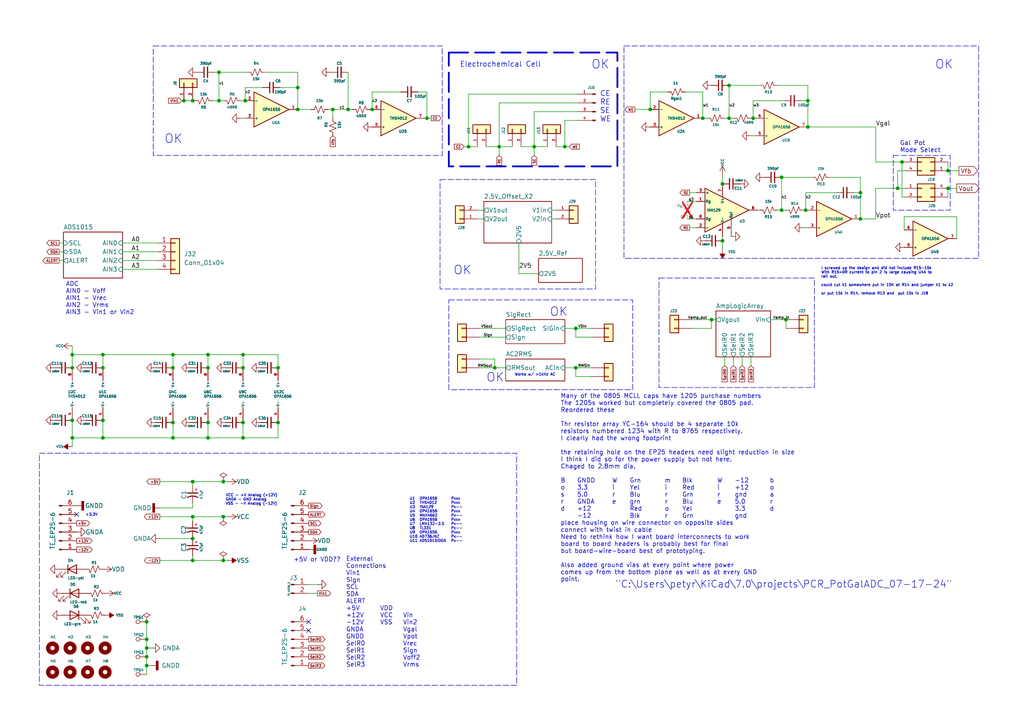
<source format=kicad_sch>
(kicad_sch (version 20230121) (generator eeschema)
  (paper "A4")
  (lib_symbols
    (symbol "Amplifier_Instrumentation:INA129" (pin_names (offset 0.127))
      (property "Reference" "U" (at 3.81 3.175 0))
      (property "Value" "INA129" (at 3.81 -3.175 0))
      (symbol "INA129_1_1"
        (pin passive line (at -7.62 2.54 0) (length 2.54) (name "Rg") (number "1"))
        (pin input line (at -7.62 -5.08 0) (length 2.54) (name "-") (number "2"))
        (pin input line (at -7.62 5.08 0) (length 2.54) (name "+") (number "3"))
        (pin power_in line (at 0 -7.62 90) (length 3.81) (name "V-") (number "4"))
        (pin input line (at 2.54 -7.62 90) (length 5.08) (name "Ref") (number "5"))
        (pin output line (at 10.16 0 180) (length 2.54) (name "~") (number "6"))
        (pin power_in line (at 0 7.62 270) (length 3.81) (name "V+") (number "7"))
        (pin passive line (at -7.62 -2.54 0) (length 2.54) (name "Rg") (number "8"))
      )
    )
    (symbol "Amplifier_Operational:OPA1678" (pin_names (offset 0.127))
      (property "Reference" "U" (at 0 5.08 0))
      (property "Value" "OPA1678" (at 0 -5.08 0))
      (symbol "OPA1678_1_1"
        (pin output line (at 7.62 0 180) (length 2.54) (name "~") (number "1"))
        (pin input line (at -7.62 -2.54 0) (length 2.54) (name "-") (number "2"))
        (pin input line (at -7.62 2.54 0) (length 2.54) (name "+") (number "3"))
      )
      (symbol "OPA1678_2_1"
        (pin input line (at -7.62 2.54 0) (length 2.54) (name "+") (number "5"))
        (pin input line (at -7.62 -2.54 0) (length 2.54) (name "-") (number "6"))
        (pin output line (at 7.62 0 180) (length 2.54) (name "~") (number "7"))
      )
      (symbol "OPA1678_3_1"
        (pin power_in line (at -2.54 -7.62 90) (length 3.81) (name "V-") (number "4"))
        (pin power_in line (at -2.54 7.62 270) (length 3.81) (name "V+") (number "8"))
      )
    )
    (symbol "Conn_01x02_1" (pin_numbers hide) (pin_names (offset 1.016) hide)
      (property "Reference" "J" (at 0 2.54 0))
      (property "Value" "Conn_01x02" (at 0 -5.08 0))
      (symbol "Conn_01x02_1_1_1"
        (pin passive line (at -5.08 0 0) (length 3.81) (name "Pin_1") (number "1"))
        (pin passive line (at -5.08 -2.54 0) (length 3.81) (name "Pin_2") (number "2"))
      )
    )
    (symbol "Conn_01x02_2" (pin_numbers hide) (pin_names (offset 1.016) hide)
      (property "Reference" "J" (at 0 2.54 0))
      (property "Value" "Conn_01x02" (at 0 -5.08 0))
      (symbol "Conn_01x02_2_1_1"
        (pin passive line (at -5.08 0 0) (length 3.81) (name "Pin_1") (number "1"))
        (pin passive line (at -5.08 -2.54 0) (length 3.81) (name "Pin_2") (number "2"))
      )
    )
    (symbol "Connector:Conn_01x02_Pin" (pin_names (offset 1.016) hide)
      (property "Reference" "J" (at 0 2.54 0))
      (property "Value" "Conn_01x02_Pin" (at 0 -5.08 0))
      (symbol "Conn_01x02_Pin_1_1"
        (pin passive line (at 5.08 0 180) (length 3.81) (name "Pin_1") (number "1"))
        (pin passive line (at 5.08 -2.54 180) (length 3.81) (name "Pin_2") (number "2"))
      )
    )
    (symbol "Connector:Conn_01x04_Pin" (pin_names (offset 1.016) hide)
      (property "Reference" "J" (at 0 5.08 0))
      (property "Value" "Conn_01x04_Pin" (at 0 -7.62 0))
      (symbol "Conn_01x04_Pin_1_1"
        (pin passive line (at 5.08 2.54 180) (length 3.81) (name "Pin_1") (number "1"))
        (pin passive line (at 5.08 0 180) (length 3.81) (name "Pin_2") (number "2"))
        (pin passive line (at 5.08 -2.54 180) (length 3.81) (name "Pin_3") (number "3"))
        (pin passive line (at 5.08 -5.08 180) (length 3.81) (name "Pin_4") (number "4"))
      )
    )
    (symbol "Connector:Conn_01x06_Pin" (pin_names (offset 1.016) hide)
      (property "Reference" "J" (at 0 7.62 0))
      (property "Value" "Conn_01x06_Pin" (at 0 -10.16 0))
      (symbol "Conn_01x06_Pin_1_1"
        (pin passive line (at 5.08 5.08 180) (length 3.81) (name "Pin_1") (number "1"))
        (pin passive line (at 5.08 2.54 180) (length 3.81) (name "Pin_2") (number "2"))
        (pin passive line (at 5.08 0 180) (length 3.81) (name "Pin_3") (number "3"))
        (pin passive line (at 5.08 -2.54 180) (length 3.81) (name "Pin_4") (number "4"))
        (pin passive line (at 5.08 -5.08 180) (length 3.81) (name "Pin_5") (number "5"))
        (pin passive line (at 5.08 -7.62 180) (length 3.81) (name "Pin_6") (number "6"))
      )
    )
    (symbol "Connector_Generic:Conn_01x02" (pin_names (offset 1.016) hide)
      (property "Reference" "J" (at 0 2.54 0))
      (property "Value" "Conn_01x02" (at 0 -5.08 0))
      (symbol "Conn_01x02_1_1"
        (pin passive line (at -5.08 0 0) (length 3.81) (name "Pin_1") (number "1"))
        (pin passive line (at -5.08 -2.54 0) (length 3.81) (name "Pin_2") (number "2"))
      )
    )
    (symbol "Connector_Generic:Conn_01x04" (pin_names (offset 1.016) hide)
      (property "Reference" "J" (at 0 5.08 0))
      (property "Value" "Conn_01x04" (at 0 -7.62 0))
      (symbol "Conn_01x04_1_1"
        (pin passive line (at -5.08 2.54 0) (length 3.81) (name "Pin_1") (number "1"))
        (pin passive line (at -5.08 0 0) (length 3.81) (name "Pin_2") (number "2"))
        (pin passive line (at -5.08 -2.54 0) (length 3.81) (name "Pin_3") (number "3"))
        (pin passive line (at -5.08 -5.08 0) (length 3.81) (name "Pin_4") (number "4"))
      )
    )
    (symbol "Connector_Generic:Conn_02x02_Counter_Clockwise" (pin_names (offset 1.016) hide)
      (property "Reference" "J" (at 1.27 2.54 0))
      (property "Value" "Conn_02x02_Counter_Clockwise" (at 1.27 -5.08 0))
      (symbol "Conn_02x02_Counter_Clockwise_1_1"
        (pin passive line (at -5.08 0 0) (length 3.81) (name "Pin_1") (number "1"))
        (pin passive line (at -5.08 -2.54 0) (length 3.81) (name "Pin_2") (number "2"))
        (pin passive line (at 7.62 -2.54 180) (length 3.81) (name "Pin_3") (number "3"))
        (pin passive line (at 7.62 0 180) (length 3.81) (name "Pin_4") (number "4"))
      )
    )
    (symbol "Device:C_Polarized_Small_US" (pin_numbers hide) (pin_names (offset 0.254) hide)
      (property "Reference" "C" (at 0.254 1.778 0))
      (property "Value" "C_Polarized_Small_US" (at 0.254 -2.032 0))
      (symbol "C_Polarized_Small_US_1_1"
        (pin passive line (at 0 2.54 270) (length 2.032) (name "~") (number "1"))
        (pin passive line (at 0 -2.54 90) (length 2.032) (name "~") (number "2"))
      )
    )
    (symbol "Device:C_Small" (pin_numbers hide) (pin_names (offset 0.254) hide)
      (property "Reference" "C" (at 0.254 1.778 0))
      (property "Value" "C_Small" (at 0.254 -2.032 0))
      (symbol "C_Small_1_1"
        (pin passive line (at 0 2.54 270) (length 2.032) (name "~") (number "1"))
        (pin passive line (at 0 -2.54 90) (length 2.032) (name "~") (number "2"))
      )
    )
    (symbol "Device:LED" (pin_numbers hide) (pin_names (offset 1.016) hide)
      (property "Reference" "D" (at 0 2.54 0))
      (property "Value" "LED" (at 0 -2.54 0))
      (symbol "LED_1_1"
        (pin passive line (at -3.81 0 0) (length 2.54) (name "K") (number "1"))
        (pin passive line (at 3.81 0 180) (length 2.54) (name "A") (number "2"))
      )
    )
    (symbol "Device:R" (pin_numbers hide) (pin_names (offset 0))
      (property "Reference" "R" (at 2.032 0 90))
      (property "Value" "R" (at 0 0 90))
      (symbol "R_1_1"
        (pin passive line (at 0 3.81 270) (length 1.27) (name "~") (number "1"))
        (pin passive line (at 0 -3.81 90) (length 1.27) (name "~") (number "2"))
      )
    )
    (symbol "Device:R_Small_US" (pin_numbers hide) (pin_names (offset 0.254) hide)
      (property "Reference" "R" (at 0.762 0.508 0))
      (property "Value" "R_Small_US" (at 0.762 -1.016 0))
      (symbol "R_Small_US_1_1"
        (pin passive line (at 0 2.54 270) (length 1.016) (name "~") (number "1"))
        (pin passive line (at 0 -2.54 90) (length 1.016) (name "~") (number "2"))
      )
    )
    (symbol "GNDA_1" (power) (pin_names (offset 0))
      (property "Value" "GNDA_1" (at 0 -3.81 0))
      (symbol "GNDA_1_1_1"
        (pin power_in line (at 0 0 270) (length 0) hide (name "GNDA") (number "1"))
      )
    )
    (symbol "Mechanical:MountingHole" (pin_names (offset 1.016))
      (property "Reference" "H" (at 0 5.08 0))
      (property "Value" "MountingHole" (at 0 3.175 0))
    )
    (symbol "dk_Test-Points:5001" (pin_numbers hide) (pin_names (offset 1.016) hide)
      (property "Reference" "TP" (at -1.27 1.27 0))
      (symbol "5001_1_1"
        (pin passive line (at 0 2.54 270) (length 1.905) (name "~") (number "1"))
      )
    )
    (symbol "power:GNDA" (power) (pin_names (offset 0))
      (property "Value" "GNDA" (at 0 -3.81 0))
      (symbol "GNDA_1_1"
        (pin power_in line (at 0 0 270) (length 0) hide (name "GNDA") (number "1"))
      )
    )
    (symbol "power:GNDD" (power) (pin_names (offset 0))
      (property "Value" "GNDD" (at 0 -3.175 0))
      (symbol "GNDD_1_1"
        (pin power_in line (at 0 0 270) (length 0) hide (name "GNDD") (number "1"))
      )
    )
    (symbol "power:PWR_FLAG" (power) (pin_numbers hide) (pin_names (offset 0) hide)
      (property "Value" "PWR_FLAG" (at 0 3.81 0))
      (symbol "PWR_FLAG_0_0"
        (pin power_out line (at 0 0 90) (length 0) (name "pwr") (number "1"))
      )
    )
    (symbol "power:VCC" (power) (pin_names (offset 0))
      (property "Value" "VCC" (at 0 3.81 0))
      (symbol "VCC_1_1"
        (pin power_in line (at 0 0 90) (length 0) hide (name "VCC") (number "1"))
      )
    )
    (symbol "power:VDD" (power) (pin_names (offset 0))
      (property "Value" "VDD" (at 0 3.81 0))
      (symbol "VDD_1_1"
        (pin power_in line (at 0 0 90) (length 0) hide (name "VDD") (number "1"))
      )
    )
    (symbol "power:VSS" (power) (pin_names (offset 0))
      (property "Value" "VSS" (at 0 3.81 0))
      (symbol "VSS_1_1"
        (pin power_in line (at 0 0 90) (length 0) hide (name "VSS") (number "1"))
      )
    )
  )
  (junction (at 42.545 187.96))
  (junction (at 211.455 34.29))
  (junction (at 144.78 42.545))
  (junction (at 234.315 29.21))
  (junction (at 42.545 185.42))
  (junction (at 249.555 63.5))
  (junction (at 209.55 69.85))
  (junction (at 154.94 42.545))
  (junction (at 60.325 106.68))
  (junction (at 29.845 121.92))
  (junction (at 55.88 156.21))
  (junction (at 50.165 106.68))
  (junction (at 42.545 193.04))
  (junction (at 203.835 34.29))
  (junction (at 226.695 60.96))
  (junction (at 107.95 31.75))
  (junction (at 64.77 149.86))
  (junction (at 163.83 42.545))
  (junction (at 226.695 51.435))
  (junction (at 233.68 60.96))
  (junction (at 42.545 180.34))
  (junction (at 227.965 92.71))
  (junction (at 64.77 139.7))
  (junction (at 71.12 29.21))
  (junction (at 29.845 102.87))
  (junction (at 63.5 29.21))
  (junction (at 86.36 25.4))
  (junction (at 29.845 127))
  (junction (at 50.165 122.555))
  (junction (at 64.77 162.56))
  (junction (at 55.88 149.86))
  (junction (at 50.165 102.87))
  (junction (at 100.965 31.75))
  (junction (at 55.88 162.56))
  (junction (at 60.325 102.87))
  (junction (at 29.845 106.68))
  (junction (at 274.955 49.53))
  (junction (at 70.485 122.555))
  (junction (at 234.315 36.83))
  (junction (at 60.325 127))
  (junction (at 86.36 31.75))
  (junction (at 20.955 102.87))
  (junction (at 50.165 127))
  (junction (at 55.88 29.21))
  (junction (at 53.34 29.21))
  (junction (at 70.485 106.68))
  (junction (at 188.595 31.75))
  (junction (at 260.35 54.61))
  (junction (at 274.955 54.61))
  (junction (at 70.485 102.87))
  (junction (at 63.5 20.955))
  (junction (at 261.62 46.99))
  (junction (at 211.455 24.765))
  (junction (at 60.325 122.555))
  (junction (at 209.55 53.34))
  (junction (at 96.52 31.75))
  (junction (at 55.88 139.7))
  (junction (at 167.005 106.68))
  (junction (at 123.825 34.29))
  (junction (at 20.955 121.92))
  (junction (at 42.545 190.5))
  (junction (at 143.51 106.68))
  (junction (at 206.375 92.71))
  (junction (at 80.645 122.555))
  (junction (at 135.89 42.545))
  (junction (at 218.44 34.29))
  (junction (at 80.645 106.68))
  (junction (at 249.555 55.88))
  (junction (at 20.955 127))
  (junction (at 20.955 106.68))
  (junction (at 167.005 95.25))
  (junction (at 70.485 127))
  (no_connect (at 89.535 180.34))
  (no_connect (at 89.535 182.88))
  (no_connect (at 22.225 149.225))
  (wire (pts (xy 209.55 72.39) (xy 209.55 69.85)))
  (wire (pts (xy 29.845 121.92) (xy 29.845 127)))
  (wire (pts (xy 29.845 127) (xy 50.165 127)))
  (wire (pts (xy 160.02 63.5) (xy 161.29 63.5)))
  (wire (pts (xy 123.825 34.29) (xy 125.095 34.29)))
  (wire (pts (xy 76.835 20.955) (xy 86.36 20.955)))
  (wire (pts (xy 50.165 102.87) (xy 50.165 106.68)))
  (wire (pts (xy 20.955 121.92) (xy 20.955 127)))
  (wire (pts (xy 60.325 102.87) (xy 70.485 102.87)))
  (wire (pts (xy 260.35 54.61) (xy 262.255 54.61)))
  (wire (pts (xy 143.51 104.14) (xy 139.065 104.14)))
  (wire (pts (xy 55.88 139.7) (xy 55.88 140.97)))
  (wire (pts (xy 60.325 121.92) (xy 60.325 122.555)))
  (wire (pts (xy 210.185 103.505) (xy 210.185 106.045)))
  (wire (pts (xy 249.555 63.5) (xy 254 63.5)))
  (wire (pts (xy 200.025 55.88) (xy 201.93 55.88)))
  (wire (pts (xy 138.43 63.5) (xy 140.335 63.5)))
  (wire (pts (xy 206.375 95.25) (xy 206.375 92.71)))
  (wire (pts (xy 100.965 31.75) (xy 102.235 31.75)))
  (wire (pts (xy 55.88 146.05) (xy 55.88 147.32)))
  (wire (pts (xy 163.83 42.545) (xy 165.1 42.545)))
  (wire (pts (xy 70.485 127) (xy 80.645 127)))
  (wire (pts (xy 219.075 34.29) (xy 218.44 34.29)))
  (wire (pts (xy 144.78 29.845) (xy 144.78 42.545)))
  (wire (pts (xy 55.88 161.29) (xy 55.88 162.56)))
  (wire (pts (xy 234.315 29.21) (xy 232.41 29.21)))
  (wire (pts (xy 167.005 106.68) (xy 167.005 109.22)))
  (wire (pts (xy 205.105 34.29) (xy 203.835 34.29)))
  (wire (pts (xy 71.12 25.4) (xy 76.2 25.4)))
  (wire (pts (xy 139.065 95.25) (xy 146.685 95.25)))
  (wire (pts (xy 107.315 31.75) (xy 107.95 31.75)))
  (wire (pts (xy 70.485 122.555) (xy 70.485 127)))
  (wire (pts (xy 86.36 25.4) (xy 86.36 20.955)))
  (wire (pts (xy 138.43 60.96) (xy 140.335 60.96)))
  (wire (pts (xy 70.485 102.87) (xy 80.645 102.87)))
  (wire (pts (xy 209.55 50.8) (xy 209.55 53.34)))
  (wire (pts (xy 218.44 34.29) (xy 217.805 34.29)))
  (wire (pts (xy 226.695 60.96) (xy 226.695 51.435)))
  (wire (pts (xy 140.97 42.545) (xy 144.78 42.545)))
  (wire (pts (xy 42.545 193.04) (xy 43.815 193.04)))
  (wire (pts (xy 80.645 102.87) (xy 80.645 106.68)))
  (wire (pts (xy 55.88 162.56) (xy 64.77 162.56)))
  (wire (pts (xy 50.165 102.87) (xy 60.325 102.87)))
  (wire (pts (xy 226.695 51.435) (xy 235.585 51.435)))
  (wire (pts (xy 234.315 36.83) (xy 254 36.83)))
  (wire (pts (xy 123.19 34.29) (xy 123.825 34.29)))
  (wire (pts (xy 42.545 180.34) (xy 42.545 185.42)))
  (wire (pts (xy 274.955 57.15) (xy 274.955 54.61)))
  (wire (pts (xy 240.665 51.435) (xy 249.555 51.435)))
  (wire (pts (xy 60.325 127) (xy 70.485 127)))
  (wire (pts (xy 163.83 34.925) (xy 163.83 42.545)))
  (wire (pts (xy 234.315 24.765) (xy 234.315 29.21)))
  (wire (pts (xy 80.645 122.555) (xy 80.645 127)))
  (wire (pts (xy 156.21 79.375) (xy 150.495 79.375)))
  (wire (pts (xy 260.35 54.61) (xy 254 54.61)))
  (wire (pts (xy 167.005 95.25) (xy 171.45 95.25)))
  (wire (pts (xy 42.545 187.96) (xy 42.545 190.5)))
  (wire (pts (xy 143.51 106.68) (xy 143.51 104.14)))
  (wire (pts (xy 233.68 55.88) (xy 242.57 55.88)))
  (wire (pts (xy 233.68 60.96) (xy 233.045 60.96)))
  (wire (pts (xy 20.955 100.33) (xy 20.955 102.87)))
  (wire (pts (xy 135.89 42.545) (xy 138.43 42.545)))
  (wire (pts (xy 52.705 29.21) (xy 53.34 29.21)))
  (wire (pts (xy 35.56 75.565) (xy 45.72 75.565)))
  (wire (pts (xy 218.44 29.21) (xy 227.33 29.21)))
  (wire (pts (xy 95.25 31.75) (xy 96.52 31.75)))
  (wire (pts (xy 261.62 46.99) (xy 261.62 57.15)))
  (wire (pts (xy 46.355 139.7) (xy 55.88 139.7)))
  (wire (pts (xy 199.39 63.5) (xy 201.93 63.5)))
  (wire (pts (xy 42.545 187.96) (xy 43.815 187.96)))
  (wire (pts (xy 64.77 139.7) (xy 66.04 139.7)))
  (wire (pts (xy 154.94 32.385) (xy 167.64 32.385)))
  (wire (pts (xy 260.35 49.53) (xy 260.35 54.61)))
  (wire (pts (xy 80.645 121.92) (xy 80.645 122.555)))
  (wire (pts (xy 219.71 60.96) (xy 220.345 60.96)))
  (wire (pts (xy 71.12 29.21) (xy 71.12 25.4)))
  (wire (pts (xy 35.56 73.025) (xy 45.72 73.025)))
  (wire (pts (xy 50.165 121.92) (xy 50.165 122.555)))
  (wire (pts (xy 20.955 127) (xy 29.845 127)))
  (wire (pts (xy 63.5 29.21) (xy 63.5 20.955)))
  (wire (pts (xy 210.185 34.29) (xy 211.455 34.29)))
  (wire (pts (xy 277.495 69.215) (xy 277.495 62.865)))
  (wire (pts (xy 42.545 187.96) (xy 42.545 185.42)))
  (wire (pts (xy 46.355 162.56) (xy 55.88 162.56)))
  (wire (pts (xy 35.56 70.485) (xy 45.72 70.485)))
  (wire (pts (xy 249.555 63.5) (xy 249.555 55.88)))
  (wire (pts (xy 188.595 26.67) (xy 193.675 26.67)))
  (wire (pts (xy 50.165 122.555) (xy 50.165 127)))
  (wire (pts (xy 143.51 106.68) (xy 146.685 106.68)))
  (wire (pts (xy 188.595 31.75) (xy 188.595 26.67)))
  (wire (pts (xy 200.025 66.04) (xy 201.93 66.04)))
  (wire (pts (xy 89.535 172.085) (xy 92.075 172.085)))
  (wire (pts (xy 29.845 102.87) (xy 50.165 102.87)))
  (wire (pts (xy 234.315 36.83) (xy 234.315 29.21)))
  (wire (pts (xy 154.94 32.385) (xy 154.94 42.545)))
  (wire (pts (xy 278.13 49.53) (xy 274.955 49.53)))
  (wire (pts (xy 254 36.83) (xy 254 46.99)))
  (wire (pts (xy 212.725 34.29) (xy 211.455 34.29)))
  (wire (pts (xy 198.755 26.67) (xy 203.835 26.67)))
  (wire (pts (xy 225.425 60.96) (xy 226.695 60.96)))
  (wire (pts (xy 249.555 55.88) (xy 247.65 55.88)))
  (wire (pts (xy 167.005 95.25) (xy 167.005 97.79)))
  (wire (pts (xy 209.55 69.85) (xy 209.55 68.58)))
  (wire (pts (xy 17.145 70.485) (xy 18.415 70.485)))
  (wire (pts (xy 234.315 66.04) (xy 233.045 66.04)))
  (wire (pts (xy 55.88 139.7) (xy 64.77 139.7)))
  (wire (pts (xy 63.5 29.21) (xy 64.77 29.21)))
  (wire (pts (xy 167.005 97.79) (xy 171.45 97.79)))
  (wire (pts (xy 60.325 102.87) (xy 60.325 106.68)))
  (wire (pts (xy 42.545 190.5) (xy 42.545 193.04)))
  (wire (pts (xy 20.955 102.87) (xy 20.955 106.68)))
  (wire (pts (xy 46.355 149.86) (xy 55.88 149.86)))
  (wire (pts (xy 160.02 60.96) (xy 161.29 60.96)))
  (wire (pts (xy 69.85 29.21) (xy 71.12 29.21)))
  (wire (pts (xy 260.35 49.53) (xy 262.255 49.53)))
  (wire (pts (xy 64.77 162.56) (xy 66.04 162.56)))
  (wire (pts (xy 81.28 25.4) (xy 86.36 25.4)))
  (wire (pts (xy 53.34 29.21) (xy 55.88 29.21)))
  (wire (pts (xy 144.78 29.845) (xy 167.64 29.845)))
  (wire (pts (xy 143.51 106.68) (xy 139.065 106.68)))
  (wire (pts (xy 225.425 24.765) (xy 234.315 24.765)))
  (wire (pts (xy 135.89 27.305) (xy 167.64 27.305)))
  (wire (pts (xy 223.52 92.71) (xy 227.965 92.71)))
  (wire (pts (xy 50.165 127) (xy 60.325 127)))
  (wire (pts (xy 55.88 149.86) (xy 55.88 151.13)))
  (wire (pts (xy 89.535 169.545) (xy 92.075 169.545)))
  (wire (pts (xy 167.005 106.68) (xy 171.45 106.68)))
  (wire (pts (xy 17.145 75.565) (xy 18.415 75.565)))
  (wire (pts (xy 261.62 46.99) (xy 262.255 46.99)))
  (wire (pts (xy 167.005 109.22) (xy 171.45 109.22)))
  (wire (pts (xy 218.44 34.29) (xy 218.44 29.21)))
  (wire (pts (xy 20.955 102.87) (xy 29.845 102.87)))
  (wire (pts (xy 154.94 42.545) (xy 154.94 45.085)))
  (wire (pts (xy 277.495 54.61) (xy 274.955 54.61)))
  (wire (pts (xy 163.83 95.25) (xy 167.005 95.25)))
  (wire (pts (xy 215.265 103.505) (xy 215.265 106.045)))
  (wire (pts (xy 135.89 27.305) (xy 135.89 42.545)))
  (wire (pts (xy 35.56 78.105) (xy 45.72 78.105)))
  (wire (pts (xy 46.355 156.21) (xy 55.88 156.21)))
  (wire (pts (xy 249.555 51.435) (xy 249.555 55.88)))
  (wire (pts (xy 86.36 31.75) (xy 90.17 31.75)))
  (wire (pts (xy 86.36 31.75) (xy 86.36 25.4)))
  (wire (pts (xy 96.52 31.75) (xy 100.965 31.75)))
  (wire (pts (xy 134.62 42.545) (xy 135.89 42.545)))
  (wire (pts (xy 200.66 95.25) (xy 206.375 95.25)))
  (wire (pts (xy 212.725 103.505) (xy 212.725 106.045)))
  (wire (pts (xy 64.77 149.86) (xy 66.04 149.86)))
  (wire (pts (xy 70.485 102.87) (xy 70.485 106.68)))
  (wire (pts (xy 206.375 92.71) (xy 207.645 92.71)))
  (wire (pts (xy 55.88 29.21) (xy 56.515 29.21)))
  (wire (pts (xy 227.965 92.71) (xy 227.965 95.25)))
  (wire (pts (xy 211.455 34.29) (xy 211.455 24.765)))
  (wire (pts (xy 184.15 31.75) (xy 188.595 31.75)))
  (wire (pts (xy 151.13 42.545) (xy 154.94 42.545)))
  (wire (pts (xy 62.23 20.955) (xy 63.5 20.955)))
  (wire (pts (xy 254 54.61) (xy 254 63.5)))
  (wire (pts (xy 69.85 34.29) (xy 71.12 34.29)))
  (wire (pts (xy 219.075 39.37) (xy 217.805 39.37)))
  (wire (pts (xy 217.805 103.505) (xy 217.805 106.045)))
  (wire (pts (xy 262.255 62.865) (xy 262.255 66.675)))
  (wire (pts (xy 17.145 73.025) (xy 18.415 73.025)))
  (wire (pts (xy 199.39 58.42) (xy 201.93 58.42)))
  (wire (pts (xy 121.285 26.67) (xy 123.825 26.67)))
  (wire (pts (xy 123.825 26.67) (xy 123.825 34.29)))
  (wire (pts (xy 46.355 147.32) (xy 55.88 147.32)))
  (wire (pts (xy 211.455 24.765) (xy 220.345 24.765)))
  (wire (pts (xy 161.29 42.545) (xy 163.83 42.545)))
  (wire (pts (xy 277.495 62.865) (xy 262.255 62.865)))
  (wire (pts (xy 254 46.99) (xy 261.62 46.99)))
  (wire (pts (xy 29.845 102.87) (xy 29.845 106.68)))
  (wire (pts (xy 60.325 122.555) (xy 60.325 127)))
  (wire (pts (xy 70.485 121.92) (xy 70.485 122.555)))
  (wire (pts (xy 20.955 127) (xy 20.955 129.54)))
  (wire (pts (xy 139.065 97.79) (xy 146.685 97.79)))
  (wire (pts (xy 200.66 92.71) (xy 206.375 92.71)))
  (wire (pts (xy 55.88 149.86) (xy 64.77 149.86)))
  (wire (pts (xy 96.52 31.75) (xy 96.52 34.29)))
  (wire (pts (xy 227.965 60.96) (xy 226.695 60.96)))
  (wire (pts (xy 61.595 29.21) (xy 63.5 29.21)))
  (wire (pts (xy 63.5 20.955) (xy 71.755 20.955)))
  (wire (pts (xy 42.545 193.04) (xy 42.545 195.58)))
  (wire (pts (xy 107.95 31.75) (xy 107.95 26.67)))
  (wire (pts (xy 203.835 26.67) (xy 203.835 34.29)))
  (wire (pts (xy 233.68 60.96) (xy 233.68 55.88)))
  (wire (pts (xy 261.62 57.15) (xy 262.255 57.15)))
  (wire (pts (xy 163.83 106.68) (xy 167.005 106.68)))
  (wire (pts (xy 274.955 46.99) (xy 274.955 49.53)))
  (wire (pts (xy 154.94 42.545) (xy 158.75 42.545)))
  (wire (pts (xy 150.495 70.485) (xy 150.495 79.375)))
  (wire (pts (xy 234.315 60.96) (xy 233.68 60.96)))
  (wire (pts (xy 107.95 26.67) (xy 116.205 26.67)))
  (wire (pts (xy 100.965 20.955) (xy 100.965 31.75)))
  (wire (pts (xy 144.78 42.545) (xy 144.78 45.085)))
  (wire (pts (xy 163.83 34.925) (xy 167.64 34.925)))
  (wire (pts (xy 144.78 42.545) (xy 148.59 42.545)))
  (rectangle (start 130.175 86.995) (end 183.515 113.03) (stroke (width 0) (type dash)))
  (rectangle (start 259.08 45.085) (end 275.59 60.96) (stroke (width 0) (type dash)))
  (rectangle (start 44.45 13.335) (end 128.27 45.085) (stroke (width 0) (type dash)))
  (rectangle (start 180.975 13.335) (end 283.845 74.93) (stroke (width 0) (type dash)))
  (rectangle (start 191.135 80.645) (end 236.22 112.395) (stroke (width 0) (type dash)))
  (rectangle (start 130.175 15.24) (end 179.07 48.26) (stroke (width 0.508) (type dash)))
  (rectangle (start 127.635 52.07) (end 172.72 83.82) (stroke (width 0) (type dash)))
  (rectangle (start 11.43 131.445) (end 149.86 198.755) (stroke (width 0) (type dash)))
  (text "Test Protocol\nVin1 & Vin2 1Hz  -> 2.5V_Offset_X2    -> AIN0 & AIN1\nVin1 & Vin2 1Hz  -> SigSign & SigRect -> AIN0 & AIN1\nVin1 & Vin2 1kHz -> AC2RMS            -> Sign & AIN0\n\nVin1 & Vin2 1Hz  -> AmpLogicArray -> 2.5V_Offset_X2    -> AIN0 & AIN1\nVin1 & Vin2 1Hz  -> AmpLogicArray -> SigSign & SigRect -> AIN0 & AIN1\nVin1 & Vin2 1kHz -> AmpLogicArray -> AC2RMS            -> Sign & AIN0\n\nPot and Gal Modes\nVfb & Vout 1Hz  -> 2.5V_Offset_X2    -> AIN0 & AIN1\nVfb & Vout 1Hz  -> SigSign & SigRect -> AIN0 & AIN1\nVfb & Vout 1kHz -> AC2RMS            -> Sign & AIN0\n\nVfb & Vout 1Hz  -> AmpLogicArray -> 2.5V_Offset_X2    -> AIN0 & AIN1\nVfb & Vout 1Hz  -> AmpLogicArray -> SigSign & SigRect -> AIN0 & AIN1\nVfb & Vout 1kHz -> AmpLogicArray -> AC2RMS            -> Sign & AIN0\n\nStill need to do\nSimplify jumper system\nSelect AmpLogic Resistors" (at 297.815 116.205 0) (effects (font (size 1.27 1.27) (thickness 0.254) bold) (justify left bottom)))
  (text "CE\nRE\nSE\nWE" (at 173.99 35.56 0) (effects (font (size 1.524 1.524)) (justify left bottom)))
  (text "I screwed up the design and did not include R15-15k\nWith R15=0R current to pin 2 is large causing U4A to \nrail out.\n\ncould cut k1 somewhere put in 15K at R14 and jumper k1 to k2\n\nor put 15k in R14, remove R13 and  put 15k in J18" (at 238.125 85.725 0) (effects (font (size 0.762 0.762)) (justify left bottom)))
  (text "Basic Operation\nVin1 or Vin2 amplified and rectified or shifted into ADC\nVgal amplified and rectified or shifted into ADC\nVpot amplified and rectified or shifted into ADC\n\nAC conductivity, Pot mode, Vin = 1Vpp @ 1kH, Vout = Vgal * Gamp\npH, Gal mode, Vin = 0, Vout = Vpot * Gamp\nWheatstone Bridge, Gal mode, Vin = 1amp, Vout = Vpot * Gamp\nO2 sensor, Pot mode, Vin = sweep, Vout = Vgal * Gamp" (at 303.53 141.605 0) (effects (font (size 1.27 1.27) (thickness 0.254) bold) (justify left bottom)))
  (text "Vin\nVin2\nVgal\nVpot\nVrec\nSign\nVoff2\nVrms\n" (at 116.84 193.675 0) (effects (font (size 1.27 1.27)) (justify left bottom)))
  (text "ADC\nAIN0 - Voff\nAIN1 - Vrec\nAIN2 - Vrms\nAIN3 - Vin1 or Vin2" (at 19.05 91.44 0) (effects (font (size 1.27 1.27)) (justify left bottom)))
  (text "OK" (at 271.145 20.32 0) (effects (font (size 2.54 2.54)) (justify left bottom)))
  (text "Electrochemical Cell" (at 133.35 19.685 0) (effects (font (size 1.5 1.5)) (justify left bottom)))
  (text "OK" (at 159.385 92.075 0) (effects (font (size 2.54 2.54)) (justify left bottom)))
  (text "OK" (at 131.445 80.01 0) (effects (font (size 2.54 2.54)) (justify left bottom)))
  (text "VCC - +V Analog (+12V)\nGNDA - GND Analog\nVSS - -V Analog (-12V)" (at 65.405 146.685 0) (effects (font (size 0.762 0.762)) (justify left bottom)))
  (text "Works w/ >1kHz AC" (at 149.225 109.22 0) (effects (font (size 0.762 0.762)) (justify left bottom)))
  (text "\"C:\\Users\\petyr\\KiCad\\7.0\\projects\\PCR_PotGalADC_07-17-24\"" (at 178.435 170.815 0) (effects (font (size 2.032 2.032)) (justify left bottom)))
  (text "+5V or VDD??" (at 85.09 163.195 0) (effects (font (size 1.27 1.27)) (justify left bottom)))
  (text "OK" (at 171.45 20.32 0) (effects (font (size 2.54 2.54)) (justify left bottom)))
  (text "Gal Pot \nMode Select" (at 260.985 44.45 0) (effects (font (size 1.27 1.27)) (justify left bottom)))
  (text "OK" (at 47.625 41.91 0) (effects (font (size 2.54 2.54)) (justify left bottom)))
  (text "Many of the 0805 MCLL caps have 1205 purchase numbers\nThe 1205s worked but completely covered the 0805 pad.\nReordered these\n\nThr resistor array YC-164 should be 4 separate 10k\nresistors numbered 1234 with R to 8765 respectively.\nI clearly had the wrong footprint\n\nthe retaining hole on the EP25 headers need slight reduction in size\nI think I did so for the power supply but not here.  \nChaged to 2.8mm dia.\n\nB	GNDD	W	Grn		m	Blk		W	-12		b\no	3.3		i	Yel		i	Red		i	+12		o\ns	5.0		r	Blu		r	Grn		r	gnd		a\nr	GNDA	e	grn		r	Blu		e	5.0		r\nd	+12			Red		o	Yel			3.3		d\n	-12			Blk		r	Grn			gnd	\nplace housing on wire connector on opposite sides\nconnect with twist in cable\nNeed to rethink how I want board interconnects to work\nboard to board headers is probably best for final\nbut board-wire-board best of prototyping.\n\nAlso added ground vias at every point where power \ncomes up from the bottom plane as well as at every GND\npoint." (at 162.56 168.91 0) (effects (font (size 1.27 1.27)) (justify left bottom)))
  (text "External\nConnections\nVin1\nSign\nSCL\nSDA\nALERT\n+5V		VDD\n+12V	VCC\n-12V	VSS\nGNDA\nGNDD\nSelR0\nSelR1\nSelR2\nSelR3\n" (at 100.33 193.675 0) (effects (font (size 1.27 1.27)) (justify left bottom)))
  (text "OK" (at 140.97 111.125 0) (effects (font (size 2.54 2.54)) (justify left bottom)))
  (text "+3.3V" (at 24.765 149.86 0) (effects (font (size 0.762 0.762)) (justify left bottom)))
  (text "U1	OPA1656		Pxxx\nU2	THS4012		Pxxx\nU3	INA129		Px--\nU4	OPA1656		Pxxx\nU5	MAX4662		Px--\nU6	OPA1656		Pxxx\nU7	LM4132-2.5	Px--\nU8	TL331		Pc--\nU9	OPA1656		Pxxx\nU10	AD736JNZ	Px--\nU11	ADS1015IDGS	Px--" (at 118.745 157.48 0) (effects (font (size 0.762 0.762)) (justify left bottom)))
  (label "A1" (at 38.1 73.025 0) (property "Intersheetrefs" "${INTERSHEET_REFS}" (effects hide)))
  (label "g1" (at 201.295 63.5 180) (effects (font (size 0.75 0.75))))
  (label "2V5" (at 150.495 78.105 0))
  (label "k2" (at 233.68 57.785 0) (effects (font (size 0.75 0.75))))
  (label "c1" (at 98.425 31.75 0) (effects (font (size 0.75 0.75))))
  (label "Vamp_out" (at 205.105 92.71 180) (effects (font (size 0.762 0.762))) (property "Intersheetrefs" "${INTERSHEET_REFS}" (effects hide)))
  (label "v1" (at 63.5 24.765 0) (effects (font (size 0.75 0.75))))
  (label "w3" (at 218.44 31.115 0) (effects (font (size 0.75 0.75))))
  (label "RMSin" (at 167.64 106.68 0) (effects (font (size 0.762 0.762))) (property "Intersheetrefs" "${INTERSHEET_REFS}" (effects hide)))
  (label "v2" (at 71.12 27.305 0) (effects (font (size 0.75 0.75))))
  (label "Vgal" (at 254 36.83 0) (property "Intersheetrefs" "${INTERSHEET_REFS}" (effects hide)))
  (label "VSin" (at 167.64 95.25 0) (effects (font (size 0.762 0.762))) (property "Intersheetrefs" "${INTERSHEET_REFS}" (effects hide)))
  (label "Vamp_in" (at 224.155 92.71 0) (effects (font (size 0.762 0.762))) (property "Intersheetrefs" "${INTERSHEET_REFS}" (effects hide)))
  (label "Vpot" (at 254 63.5 0) (property "Intersheetrefs" "${INTERSHEET_REFS}" (effects hide)))
  (label "A2" (at 38.1 75.565 0) (property "Intersheetrefs" "${INTERSHEET_REFS}" (effects hide)))
  (label "VSout" (at 142.875 95.25 180) (effects (font (size 0.762 0.762))) (property "Intersheetrefs" "${INTERSHEET_REFS}" (effects hide)))
  (label "A0" (at 38.1 70.485 0) (property "Intersheetrefs" "${INTERSHEET_REFS}" (effects hide)))
  (label "RMSout" (at 142.875 106.68 180) (effects (font (size 0.762 0.762))) (property "Intersheetrefs" "${INTERSHEET_REFS}" (effects hide)))
  (label "g2" (at 201.295 58.42 180) (effects (font (size 0.75 0.75))))
  (label "A3" (at 38.1 78.105 0) (property "Intersheetrefs" "${INTERSHEET_REFS}" (effects hide)))
  (label "w2" (at 211.455 31.115 0) (effects (font (size 0.75 0.75))))
  (label "Sign" (at 142.875 97.79 180) (effects (font (size 0.762 0.762))) (property "Intersheetrefs" "${INTERSHEET_REFS}" (effects hide)))
  (label "w1" (at 203.835 31.115 0) (effects (font (size 0.75 0.75))))
  (label "k1" (at 226.695 57.785 0) (effects (font (size 0.75 0.75))))
  (label "c2" (at 107.95 29.845 0) (effects (font (size 0.75 0.75))))
  (global_label "Vout" (shape output) (at 277.495 54.61 0) (property "Intersheetrefs" "${INTERSHEET_REFS}" (effects hide)))
  (global_label "SelR1" (shape output) (at 89.535 187.96 0) (effects (font (size 0.762 0.762))) (property "Intersheetrefs" "${INTERSHEET_REFS}" (effects hide)))
  (global_label "Vin1" (shape input) (at 52.705 29.21 180) (effects (font (size 0.75 0.75))) (property "Intersheetrefs" "${INTERSHEET_REFS}" (effects hide)))
  (global_label "SelR0" (shape output) (at 89.535 185.42 0) (effects (font (size 0.762 0.762))) (property "Intersheetrefs" "${INTERSHEET_REFS}" (effects hide)))
  (global_label "SE" (shape output) (at 200.025 55.88 180) (effects (font (size 0.75 0.75))) (property "Intersheetrefs" "${INTERSHEET_REFS}" (effects hide)))
  (global_label "SE" (shape input) (at 154.94 45.085 270) (effects (font (size 0.75 0.75))) (property "Intersheetrefs" "${INTERSHEET_REFS}" (effects hide)))
  (global_label "WE" (shape output) (at 184.15 31.75 180) (effects (font (size 0.75 0.75))) (property "Intersheetrefs" "${INTERSHEET_REFS}" (effects hide)))
  (global_label "SelR1" (shape input) (at 212.725 106.045 270) (effects (font (size 0.762 0.762))) (property "Intersheetrefs" "${INTERSHEET_REFS}" (effects hide)))
  (global_label "SCL" (shape output) (at 17.145 70.485 180) (effects (font (size 0.762 0.762))) (property "Intersheetrefs" "${INTERSHEET_REFS}" (effects hide)))
  (global_label "RE" (shape input) (at 144.78 45.085 270) (effects (font (size 0.75 0.75))) (property "Intersheetrefs" "${INTERSHEET_REFS}" (effects hide)))
  (global_label "+12V" (shape output) (at 46.355 149.86 180) (effects (font (size 0.762 0.762))) (property "Intersheetrefs" "${INTERSHEET_REFS}" (effects hide)))
  (global_label "SelR3" (shape output) (at 89.535 193.04 0) (effects (font (size 0.762 0.762))) (property "Intersheetrefs" "${INTERSHEET_REFS}" (effects hide)))
  (global_label "WE" (shape input) (at 165.1 42.545 0) (effects (font (size 0.75 0.75))) (property "Intersheetrefs" "${INTERSHEET_REFS}" (effects hide)))
  (global_label "CE" (shape output) (at 125.095 34.29 0) (effects (font (size 0.75 0.75))) (property "Intersheetrefs" "${INTERSHEET_REFS}" (effects hide)))
  (global_label "SCL" (shape output) (at 89.535 151.765 0) (effects (font (size 0.762 0.762))) (property "Intersheetrefs" "${INTERSHEET_REFS}" (effects hide)))
  (global_label "-12V" (shape output) (at 22.225 159.385 0) (effects (font (size 0.762 0.762))) (property "Intersheetrefs" "${INTERSHEET_REFS}" (effects hide)))
  (global_label "SDA" (shape output) (at 89.535 154.305 0) (effects (font (size 0.762 0.762))) (property "Intersheetrefs" "${INTERSHEET_REFS}" (effects hide)))
  (global_label "CE" (shape input) (at 134.62 42.545 180) (effects (font (size 0.75 0.75))) (property "Intersheetrefs" "${INTERSHEET_REFS}" (effects hide)))
  (global_label "SDA" (shape output) (at 17.145 73.025 180) (effects (font (size 0.762 0.762))) (property "Intersheetrefs" "${INTERSHEET_REFS}" (effects hide)))
  (global_label "Vfb" (shape output) (at 278.13 49.53 0) (property "Intersheetrefs" "${INTERSHEET_REFS}" (effects hide)))
  (global_label "SelR2" (shape input) (at 215.265 106.045 270) (effects (font (size 0.762 0.762))) (property "Intersheetrefs" "${INTERSHEET_REFS}" (effects hide)))
  (global_label "Sign" (shape output) (at 89.535 146.685 0) (effects (font (size 0.762 0.762))) (property "Intersheetrefs" "${INTERSHEET_REFS}" (effects hide)))
  (global_label "SelR2" (shape output) (at 89.535 190.5 0) (effects (font (size 0.762 0.762))) (property "Intersheetrefs" "${INTERSHEET_REFS}" (effects hide)))
  (global_label "RE" (shape output) (at 200.025 66.04 180) (effects (font (size 0.75 0.75))) (property "Intersheetrefs" "${INTERSHEET_REFS}" (effects hide)))
  (global_label "-12V" (shape output) (at 46.355 162.56 180) (effects (font (size 0.762 0.762))) (property "Intersheetrefs" "${INTERSHEET_REFS}" (effects hide)))
  (global_label "+12V" (shape output) (at 22.225 156.845 0) (effects (font (size 0.762 0.762))) (property "Intersheetrefs" "${INTERSHEET_REFS}" (effects hide)))
  (global_label "Vfb" (shape input) (at 96.52 39.37 270) (effects (font (size 0.75 0.75))) (property "Intersheetrefs" "${INTERSHEET_REFS}" (effects hide)))
  (global_label "ALERT" (shape output) (at 17.145 75.565 180) (effects (font (size 0.762 0.762))) (property "Intersheetrefs" "${INTERSHEET_REFS}" (effects hide)))
  (global_label "SelR3" (shape input) (at 217.805 106.045 270) (effects (font (size 0.762 0.762))) (property "Intersheetrefs" "${INTERSHEET_REFS}" (effects hide)))
  (global_label "ALERT" (shape output) (at 89.535 149.225 0) (effects (font (size 0.762 0.762))) (property "Intersheetrefs" "${INTERSHEET_REFS}" (effects hide)))
  (global_label "SelR0" (shape input) (at 210.185 106.045 270) (effects (font (size 0.762 0.762))) (property "Intersheetrefs" "${INTERSHEET_REFS}" (effects hide)))
  (global_label "Vin1" (shape output) (at 92.075 172.085 0) (effects (font (size 0.75 0.75))) (property "Intersheetrefs" "${INTERSHEET_REFS}" (effects hide)))
  (global_label "+5V" (shape output) (at 46.355 139.7 180) (effects (font (size 0.762 0.762))) (property "Intersheetrefs" "${INTERSHEET_REFS}" (effects hide)))
  (global_label "+5V" (shape output) (at 22.225 151.765 0) (effects (font (size 0.762 0.762))) (property "Intersheetrefs" "${INTERSHEET_REFS}" (effects hide)))
  (symbol (lib_id "Connector_Generic:Conn_01x02") (at 53.34 24.13 90) (unit 1)
    (property "Reference" "J8" (at 50.8 23.495 0) (effects (font (size 0.75 0.75)) (justify right)))
    (property "Value" "Conn_01x02_Soc" (effects hide))
    (property "Footprint" "Connector_PinSocket_2.54mm:PinSocket_1x02_P2.54mm_Vertical" (effects hide))
    (property "Datasheet" "https://www.mouser.com/datasheet/2/418/6/ENG_CD_104257_F3-1999841.pdf" (effects hide))
    (property "Description" "100\" Closed Entry Low Profile Socket Strip" (effects hide))
    (property "Manufacturer" "Samtec" (effects hide))
    (property "Mouser_PN" "200-CES10201TS" (effects hide))
  )
  (symbol (lib_id "Connector_Generic:Conn_01x02") (at 166.37 60.96 0) (unit 1)
    (property "Reference" "J29" (at 167.005 58.42 0) (effects (font (size 0.75 0.75)) (justify right)))
    (property "Value" "Conn_01x02_Soc" (effects hide))
    (property "Footprint" "Connector_PinSocket_2.54mm:PinSocket_1x02_P2.54mm_Vertical" (effects hide))
    (property "Datasheet" "https://www.mouser.com/datasheet/2/418/6/ENG_CD_104257_F3-1999841.pdf" (effects hide))
    (property "Description" "100\" Closed Entry Low Profile Socket Strip" (effects hide))
    (property "Manufacturer" "Samtec" (effects hide))
    (property "Mouser_PN" "200-CES10201TS" (effects hide))
  )
  (symbol (lib_id "Connector_Generic:Conn_02x02_Counter_Clockwise") (at 269.875 49.53 180) (unit 1)
    (property "Reference" "J19" (at 271.145 52.07 0) (effects (font (size 0.75 0.75)) (justify left)))
    (property "Value" "Conn_02x02_Pin" (effects hide))
    (property "Footprint" "Connector_PinHeader_2.54mm:PinHeader_2x02_P2.54mm_Vertical" (effects hide))
    (property "Datasheet" "https://www.mouser.com/datasheet/2/418/6/ENG_CD_102973_G_baseFilename-1959683.pdf" (effects hide))
    (property "Manufacturer" "Samtec" (effects hide))
    (property "Mouser_PN" "200-TSW10207FD" (effects hide))
    (property "Description" "Classic PCB Header Strips, 0.100\" pitch" (effects hide))
  )
  (symbol (lib_id "Connector:Conn_01x04_Pin") (at 172.72 29.845 0) (mirror y) (unit 1)
    (property "Reference" "J10" (at 171.45 25.4 0) (effects (font (size 0.75 0.75))))
    (property "Value" "Conn_01x04_Pin" (effects hide))
    (property "Footprint" "Connector_PinHeader_2.54mm:PinHeader_1x04_P2.54mm_Horizontal" (effects hide))
    (property "Datasheet" "https://www.mouser.com/datasheet/2/418/9/ENG_CD_103765_H5-1994601.pdf" (effects hide))
    (property "Status" "OK" (effects hide))
    (property "Description" "Headers & Wire Housings 40P BREAKAWAY HEADER Horizontal" (effects hide))
    (property "Manufacturer" "TE Connectivity" (effects hide))
    (property "Mouser_PN" "571-41037650" (effects hide))
  )
  (symbol (lib_id "Amplifier_Operational:OPA1678") (at 78.74 31.75 0) (mirror x) (unit 1)
    (property "Reference" "U1" (at 80.01 35.56 0) (effects (font (size 0.75 0.75))))
    (property "Value" "OPA1656" (at 78.74 31.75 0) (effects (font (size 0.762 0.762))))
    (property "Footprint" "Package_SO:SOIC-8_3.9x4.9mm_P1.27mm" (effects hide))
    (property "Datasheet" "http://www.ti.com/lit/ds/symlink/opa1678.pdf" (effects hide))
    (property "Manufacturer" "Texas Instruments" (effects hide))
    (property "Description" "100mA Dual Supply Hi-Imp OpAmp" (effects hide))
    (property "Status" "OK" (effects hide))
    (property "Mouser_PN" "595-OPA1656ID" (effects hide))
  )
  (symbol (lib_name "Conn_01x02_2") (lib_id "Connector_Generic:Conn_01x02") (at 133.985 106.68 180) (unit 1)
    (property "Reference" "J26" (effects hide))
    (property "Value" "Conn_01x02_Soc" (effects hide))
    (property "Footprint" "Connector_PinSocket_2.54mm:PinSocket_1x02_P2.54mm_Vertical" (effects hide))
    (property "Datasheet" "https://www.mouser.com/datasheet/2/418/6/ENG_CD_104257_F3-1999841.pdf" (effects hide))
    (property "Description" "100\" Closed Entry Low Profile Socket Strip" (effects hide))
    (property "Manufacturer" "Samtec" (effects hide))
    (property "Mouser_PN" "200-CES10201TS" (effects hide))
  )
  (symbol (lib_id "power:VDD") (at 89.535 156.845 270) (unit 1)
    (property "Reference" "#PWR030" (effects hide))
    (property "Value" "VDD" (at 92.075 156.845 90) (effects (justify left)))
  )
  (symbol (lib_name "Conn_01x02_2") (lib_id "Connector_Generic:Conn_01x02") (at 176.53 95.25 0) (unit 1)
    (property "Reference" "J25" (effects hide))
    (property "Value" "Conn_01x02_Soc" (effects hide))
    (property "Footprint" "Connector_PinSocket_2.54mm:PinSocket_1x02_P2.54mm_Vertical" (effects hide))
    (property "Datasheet" "https://www.mouser.com/datasheet/2/418/6/ENG_CD_104257_F3-1999841.pdf" (effects hide))
    (property "Description" "100\" Closed Entry Low Profile Socket Strip" (effects hide))
    (property "Manufacturer" "Samtec" (effects hide))
    (property "Mouser_PN" "200-CES10201TS" (effects hide))
  )
  (symbol (lib_id "power:VDD") (at 29.845 165.1 270) (unit 1)
    (property "Reference" "#PWR086" (effects hide))
    (property "Value" "VDD" (at 32.385 165.1 90) (effects (justify left)))
  )
  (symbol (lib_id "power:GNDA") (at 15.875 106.68 270) (mirror x) (unit 1)
    (property "Reference" "#PWR037" (effects hide))
    (property "Value" "GNDA" (effects hide))
  )
  (symbol (lib_id "power:GNDA") (at 17.145 165.1 270) (mirror x) (unit 1)
    (property "Reference" "#PWR018" (effects hide))
    (property "Value" "GNDA" (effects hide))
  )
  (symbol (lib_id "Device:C_Small") (at 78.105 106.68 90) (unit 1)
    (property "Reference" "C35" (at 76.073 105.41 90) (effects (font (size 0.762 0.762))))
    (property "Value" "100nf" (at 75.819 107.696 90) (effects (font (size 0.508 0.508))))
    (property "Footprint" "Capacitor_SMD:C_0603_1608Metric" (effects hide))
    (property "Datasheet" "https://www.mouser.com/datasheet/2/281/1/GRM188R72A104KA35_01A-1985906.pdf" (effects hide))
    (property "Description" "100 VDC 10% 0603 X7R" (effects hide))
    (property "Manufacturer" "Murata" (effects hide))
    (property "Status" "OK" (effects hide))
    (property "Mouser_PN" "81-GRM188R72A104KA5J" (effects hide))
  )
  (symbol (lib_id "Amplifier_Operational:OPA1678") (at 32.385 114.3 0) (unit 3)
    (property "Reference" "U1" (at 28.575 113.665 0) (effects (font (size 0.75 0.75)) (justify left)))
    (property "Value" "OPA1656" (at 28.575 114.935 0) (effects (font (size 0.762 0.762)) (justify left)))
    (property "Footprint" "Package_SO:SOIC-8_3.9x4.9mm_P1.27mm" (effects hide))
    (property "Datasheet" "http://www.ti.com/lit/ds/symlink/opa1678.pdf" (effects hide))
    (property "Manufacturer" "Texas Instruments" (effects hide))
    (property "Description" "100mA Dual Supply Hi-Imp OpAmp" (effects hide))
    (property "Status" "OK" (effects hide))
    (property "Mouser_PN" "595-OPA1656ID" (effects hide))
  )
  (symbol (lib_id "power:VCC") (at 20.955 100.33 90) (unit 1)
    (property "Reference" "#PWR033" (effects hide))
    (property "Value" "VCC" (at 18.415 100.33 90) (effects (font (size 0.75 0.75)) (justify left)))
  )
  (symbol (lib_id "Mechanical:MountingHole") (at 20.32 187.96 0) (unit 1) (in_bom no)
    (property "Reference" "H2" (at 19.685 184.785 0) (effects (font (size 0.75 0.75)) (justify left)))
    (property "Value" "MountingHole" (effects hide))
    (property "Footprint" "MountingHole:MountingHole_3.2mm_M3_Pad_Via" (effects hide))
    (property "Status" "NAP" (effects hide))
  )
  (symbol (lib_id "Device:C_Small") (at 67.945 122.555 90) (unit 1)
    (property "Reference" "C34" (at 65.913 121.285 90) (effects (font (size 0.762 0.762))))
    (property "Value" "100nf" (at 65.659 123.571 90) (effects (font (size 0.508 0.508))))
    (property "Footprint" "Capacitor_SMD:C_0603_1608Metric" (effects hide))
    (property "Datasheet" "https://www.mouser.com/datasheet/2/281/1/GRM188R72A104KA35_01A-1985906.pdf" (effects hide))
    (property "Description" "100 VDC 10% 0603 X7R" (effects hide))
    (property "Manufacturer" "Murata" (effects hide))
    (property "Status" "OK" (effects hide))
    (property "Mouser_PN" "81-GRM188R72A104KA5J" (effects hide))
  )
  (symbol (lib_id "power:GNDA") (at 212.09 68.58 90) (unit 1)
    (property "Reference" "#PWR020" (effects hide))
    (property "Value" "GNDA" (effects hide))
  )
  (symbol (lib_name "GNDA_1") (lib_id "power:GNDA") (at 22.225 154.305 90) (mirror x) (unit 1)
    (property "Reference" "#PWR02" (effects hide))
    (property "Value" "GNDA" (at 24.765 154.305 90) (effects (justify right)))
  )
  (symbol (lib_id "Device:C_Small") (at 98.425 20.955 90) (unit 1)
    (property "Reference" "C5" (at 98.425 18.415 90) (effects (font (size 0.75 0.75))))
    (property "Value" "390pf" (at 98.425 23.495 90) (effects (font (size 0.75 0.75))))
    (property "Footprint" "Capacitor_SMD:C_0805_2012Metric" (effects hide))
    (property "Datasheet" "https://www.mouser.com/datasheet/2/40/C0GNP0_KGM-3216332.pdf" (effects hide))
    (property "Manufacturer" "Murata" (effects hide))
    (property "Status" "k" (effects hide))
    (property "Description" "50 VDC 5% 0805 C0G (NP0)" (effects hide))
    (property "Mouser_PN" "81-GRM40C391J50D" (effects hide))
  )
  (symbol (lib_id "power:GNDA") (at 65.405 122.555 270) (mirror x) (unit 1)
    (property "Reference" "#PWR078" (effects hide))
    (property "Value" "GNDA" (effects hide))
  )
  (symbol (lib_id "power:GNDA") (at 75.565 106.68 270) (mirror x) (unit 1)
    (property "Reference" "#PWR089" (effects hide))
    (property "Value" "GNDA" (effects hide))
  )
  (symbol (lib_id "Amplifier_Operational:OPA1678") (at 196.215 34.29 0) (mirror x) (unit 1)
    (property "Reference" "U2" (at 197.485 38.1 0) (effects (font (size 0.75 0.75))))
    (property "Value" "THS4012" (at 196.215 34.29 0) (effects (font (size 0.762 0.762))))
    (property "Footprint" "Package_SO:SOIC-8_3.9x4.9mm_P1.27mm" (effects hide))
    (property "Datasheet" "https://www.ti.com/lit/gpn/ths4011m" (effects hide))
    (property "Manufacturer" "Texas Instruments" (effects hide))
    (property "Description" "100mA Dual Supply Hi-Imp OpAmp" (effects hide))
    (property "Status" "OK" (effects hide))
    (property "Mouser_PN" "595-THS4012ID" (effects hide))
  )
  (symbol (lib_id "Device:C_Small") (at 47.625 122.555 90) (unit 1)
    (property "Reference" "C15" (at 45.593 121.285 90) (effects (font (size 0.762 0.762))))
    (property "Value" "100nf" (at 45.339 123.571 90) (effects (font (size 0.508 0.508))))
    (property "Footprint" "Capacitor_SMD:C_0603_1608Metric" (effects hide))
    (property "Datasheet" "https://www.mouser.com/datasheet/2/281/1/GRM188R72A104KA35_01A-1985906.pdf" (effects hide))
    (property "Description" "100 VDC 10% 0603 X7R" (effects hide))
    (property "Manufacturer" "Murata" (effects hide))
    (property "Status" "OK" (effects hide))
    (property "Mouser_PN" "81-GRM188R72A104KA5J" (effects hide))
  )
  (symbol (lib_id "Device:C_Small") (at 18.415 121.92 90) (unit 1)
    (property "Reference" "C114" (at 16.383 120.65 90) (effects (font (size 0.762 0.762))))
    (property "Value" "100nf" (at 16.129 122.936 90) (effects (font (size 0.508 0.508))))
    (property "Footprint" "Capacitor_SMD:C_0603_1608Metric" (effects hide))
    (property "Datasheet" "https://www.mouser.com/datasheet/2/281/1/GRM188R72A104KA35_01A-1985906.pdf" (effects hide))
    (property "Description" "100 VDC 10% 0603 X7R" (effects hide))
    (property "Manufacturer" "Murata" (effects hide))
    (property "Status" "OK" (effects hide))
    (property "Mouser_PN" "81-GRM188R72A104KA5J" (effects hide))
  )
  (symbol (lib_id "Connector_Generic:Conn_02x02_Counter_Clockwise") (at 267.335 54.61 0) (unit 1)
    (property "Reference" "J20" (at 269.24 59.69 0) (effects (font (size 0.75 0.75)) (justify left)))
    (property "Value" "Conn_02x02_Pin" (effects hide))
    (property "Footprint" "Connector_PinHeader_2.54mm:PinHeader_2x02_P2.54mm_Vertical" (effects hide))
    (property "Datasheet" "https://www.mouser.com/datasheet/2/418/6/ENG_CD_102973_G_baseFilename-1959683.pdf" (effects hide))
    (property "Manufacturer" "Samtec" (effects hide))
    (property "Mouser_PN" "200-TSW10207FD" (effects hide))
    (property "Description" "Classic PCB Header Strips, 0.100\" pitch" (effects hide))
  )
  (symbol (lib_id "power:GNDA") (at 24.765 106.68 270) (mirror x) (unit 1)
    (property "Reference" "#PWR038" (effects hide))
    (property "Value" "GNDA" (effects hide))
  )
  (symbol (lib_id "Device:R_Small_US") (at 74.295 20.955 90) (mirror x) (unit 1)
    (property "Reference" "R4" (at 74.295 18.415 90) (effects (font (size 0.75 0.75))))
    (property "Value" "15k" (at 74.295 22.86 90) (effects (font (size 0.75 0.75))))
    (property "Footprint" "Resistor_SMD:R_0805_2012Metric" (effects hide))
    (property "Datasheet" "https://www.mouser.com/datasheet/2/447/PYu_RT_1_to_0_01_RoHS_L_12-3003070.pdf" (effects hide))
    (property "Manufacturer" "Yageo" (effects hide))
    (property "Status" "OK" (effects hide))
    (property "Description" "SMD 1/8W 15K ohm 1% 50ppm" (effects hide))
    (property "Mouser_PN" "603-RT0805FRE0715KL" (effects hide))
  )
  (symbol (lib_id "power:GNDA") (at 214.63 53.34 90) (mirror x) (unit 1)
    (property "Reference" "#PWR021" (effects hide))
    (property "Value" "GNDA" (effects hide))
  )
  (symbol (lib_id "Mechanical:MountingHole") (at 30.48 194.945 0) (unit 1) (in_bom no)
    (property "Reference" "H8" (at 29.845 191.77 0) (effects (font (size 0.75 0.75)) (justify left)))
    (property "Value" "MountingHole" (effects hide))
    (property "Footprint" "MountingHole:MountingHole_3.2mm_M3_Pad_Via" (effects hide))
    (property "Status" "NAP" (effects hide))
  )
  (symbol (lib_id "Device:R_Small_US") (at 104.775 31.75 270) (mirror x) (unit 1)
    (property "Reference" "R8" (at 104.775 29.845 90) (effects (font (size 0.75 0.75))))
    (property "Value" "49R9" (at 104.775 33.655 90) (effects (font (size 0.75 0.75))))
    (property "Footprint" "Resistor_SMD:R_0805_2012Metric" (effects hide))
    (property "Datasheet" "https://www.mouser.com/datasheet/2/447/PYu_RT_1_to_0_01_RoHS_L_12-3003070.pdf" (effects hide))
    (property "Manufacturer" "Yageo" (effects hide))
    (property "Status" "OK" (effects hide))
    (property "Description" "SMD 1/8W 49.9 ohm 1% 50ppm" (effects hide))
    (property "Mouser_PN" "603-RT0805FRE0749R9L" (effects hide))
  )
  (symbol (lib_id "Device:C_Small") (at 208.915 24.765 90) (mirror x) (unit 1)
    (property "Reference" "C8" (at 208.915 27.305 90) (effects (font (size 0.75 0.75))))
    (property "Value" "390pf" (at 208.915 22.225 90) (effects (font (size 0.75 0.75))))
    (property "Footprint" "Capacitor_SMD:C_0805_2012Metric" (effects hide))
    (property "Datasheet" "https://www.mouser.com/datasheet/2/40/C0GNP0_KGM-3216332.pdf" (effects hide))
    (property "Manufacturer" "Murata" (effects hide))
    (property "Status" "k" (effects hide))
    (property "Description" "50 VDC 5% 0805 C0G (NP0)" (effects hide))
    (property "Mouser_PN" "81-GRM40C391J50D" (effects hide))
  )
  (symbol (lib_id "Device:C_Small") (at 57.785 122.555 90) (unit 1)
    (property "Reference" "C32" (at 55.753 121.285 90) (effects (font (size 0.762 0.762))))
    (property "Value" "100nf" (at 55.499 123.571 90) (effects (font (size 0.508 0.508))))
    (property "Footprint" "Capacitor_SMD:C_0603_1608Metric" (effects hide))
    (property "Datasheet" "https://www.mouser.com/datasheet/2/281/1/GRM188R72A104KA35_01A-1985906.pdf" (effects hide))
    (property "Description" "100 VDC 10% 0603 X7R" (effects hide))
    (property "Manufacturer" "Murata" (effects hide))
    (property "Status" "OK" (effects hide))
    (property "Mouser_PN" "81-GRM188R72A104KA5J" (effects hide))
  )
  (symbol (lib_id "Device:R_Small_US") (at 67.31 29.21 270) (mirror x) (unit 1)
    (property "Reference" "R6" (at 67.31 27.305 90) (effects (font (size 0.75 0.75))))
    (property "Value" "49R9" (at 67.31 31.115 90) (effects (font (size 0.75 0.75))))
    (property "Footprint" "Resistor_SMD:R_0805_2012Metric" (effects hide))
    (property "Datasheet" "https://www.mouser.com/datasheet/2/447/PYu_RT_1_to_0_01_RoHS_L_12-3003070.pdf" (effects hide))
    (property "Manufacturer" "Yageo" (effects hide))
    (property "Status" "OK" (effects hide))
    (property "Description" "SMD 1/8W 49.9 ohm 1% 50ppm" (effects hide))
    (property "Mouser_PN" "603-RT0805FRE0749R9L" (effects hide))
  )
  (symbol (lib_id "Device:R_Small_US") (at 59.055 29.21 90) (mirror x) (unit 1)
    (property "Reference" "R5" (at 59.055 31.115 90) (effects (font (size 0.75 0.75))))
    (property "Value" "15k" (at 59.055 27.305 90) (effects (font (size 0.75 0.75))))
    (property "Footprint" "Resistor_SMD:R_0805_2012Metric" (effects hide))
    (property "Datasheet" "https://www.mouser.com/datasheet/2/447/PYu_RT_1_to_0_01_RoHS_L_12-3003070.pdf" (effects hide))
    (property "Manufacturer" "Yageo" (effects hide))
    (property "Status" "OK" (effects hide))
    (property "Description" "SMD 1/8W 15K ohm 1% 50ppm" (effects hide))
    (property "Mouser_PN" "603-RT0805FRE0715KL" (effects hide))
  )
  (symbol (lib_id "Device:C_Small") (at 27.305 121.92 90) (unit 1)
    (property "Reference" "C115" (at 25.273 120.65 90) (effects (font (size 0.762 0.762))))
    (property "Value" "100nf" (at 25.019 122.936 90) (effects (font (size 0.508 0.508))))
    (property "Footprint" "Capacitor_SMD:C_0603_1608Metric" (effects hide))
    (property "Datasheet" "https://www.mouser.com/datasheet/2/281/1/GRM188R72A104KA35_01A-1985906.pdf" (effects hide))
    (property "Description" "100 VDC 10% 0603 X7R" (effects hide))
    (property "Manufacturer" "Murata" (effects hide))
    (property "Status" "OK" (effects hide))
    (property "Mouser_PN" "81-GRM188R72A104KA5J" (effects hide))
  )
  (symbol (lib_id "Device:R_Small_US") (at 222.885 60.96 270) (mirror x) (unit 1)
    (property "Reference" "R15" (at 222.885 62.865 90) (effects (font (size 0.75 0.75))))
    (property "Value" "15k" (at 222.885 58.42 90) (effects (font (size 0.7 0.7))))
    (property "Footprint" "Resistor_SMD:R_0805_2012Metric" (effects hide))
    (property "Datasheet" "https://www.mouser.com/datasheet/2/447/PYu_RT_1_to_0_01_RoHS_L_12-3003070.pdf" (effects hide))
    (property "Manufacturer" "Yageo" (effects hide))
    (property "Status" "OK" (effects hide))
    (property "Description" "SMD 1/8W 15K ohm 1% 50ppm" (effects hide))
    (property "Mouser_PN" "603-RT0805FRE0715KL" (effects hide))
  )
  (symbol (lib_id "Device:R_Small_US") (at 27.94 172.085 270) (mirror x) (unit 1)
    (property "Reference" "R2" (at 27.94 170.18 90) (effects (font (size 0.762 0.762))))
    (property "Value" "1k " (at 27.94 173.99 90) (effects (font (size 0.762 0.762))))
    (property "Footprint" "Resistor_SMD:R_0805_2012Metric" (effects hide))
    (property "Datasheet" "https://www.mouser.com/datasheet/2/447/PYu_RT_1_to_0_01_RoHS_L_12-3003070.pdf" (effects hide))
    (property "Manufacturer" "Yageo" (effects hide))
    (property "Status" "OK" (effects hide))
    (property "Description" " 1/8W 1K ohm .5% 25ppm" (effects hide))
    (property "Mouser_PN" "603-RT0805DRD071KL" (effects hide))
  )
  (symbol (lib_id "Device:C_Small") (at 59.69 20.955 90) (mirror x) (unit 1)
    (property "Reference" "C4" (at 59.69 23.495 90) (effects (font (size 0.75 0.75))))
    (property "Value" "390pf" (at 59.69 18.415 90) (effects (font (size 0.75 0.75))))
    (property "Footprint" "Capacitor_SMD:C_0805_2012Metric" (effects hide))
    (property "Datasheet" "https://www.mouser.com/datasheet/2/40/C0GNP0_KGM-3216332.pdf" (effects hide))
    (property "Manufacturer" "Murata" (effects hide))
    (property "Status" "k" (effects hide))
    (property "Description" "50 VDC 5% 0805 C0G (NP0)" (effects hide))
    (property "Mouser_PN" "81-GRM40C391J50D" (effects hide))
  )
  (symbol (lib_id "power:VSS") (at 30.48 178.435 270) (mirror x) (unit 1)
    (property "Reference" "#PWR031" (effects hide))
    (property "Value" "VSS" (at 33.655 178.435 90) (effects (font (size 0.75 0.75)) (justify left)))
  )
  (symbol (lib_id "Connector_Generic:Conn_01x02") (at 148.59 37.465 90) (unit 1)
    (property "Reference" "J12" (at 146.05 36.83 0) (effects (font (size 0.75 0.75)) (justify right)))
    (property "Value" "Conn_01x02_Soc" (effects hide))
    (property "Footprint" "Connector_PinSocket_2.54mm:PinSocket_1x02_P2.54mm_Vertical" (effects hide))
    (property "Datasheet" "https://www.mouser.com/datasheet/2/418/6/ENG_CD_104257_F3-1999841.pdf" (effects hide))
    (property "Description" "100\" Closed Entry Low Profile Socket Strip" (effects hide))
    (property "Manufacturer" "Samtec" (effects hide))
    (property "Mouser_PN" "200-CES10201TS" (effects hide))
  )
  (symbol (lib_id "power:GNDA") (at 17.78 172.085 270) (mirror x) (unit 1)
    (property "Reference" "#PWR066" (effects hide))
    (property "Value" "GNDA" (effects hide))
  )
  (symbol (lib_id "power:GNDA") (at 217.805 39.37 270) (mirror x) (unit 1)
    (property "Reference" "#PWR012" (effects hide))
    (property "Value" "GNDA" (effects hide))
  )
  (symbol (lib_id "power:GNDD") (at 22.225 146.685 90) (mirror x) (unit 1)
    (property "Reference" "#PWR01" (effects hide))
    (property "Value" "GNDD" (at 27.305 146.685 90))
  )
  (symbol (lib_id "Device:LED") (at 20.955 165.1 0) (unit 1)
    (property "Reference" "D4" (at 19.685 162.56 0) (effects (font (size 0.75 0.75)) (justify left)))
    (property "Value" "LED-yel" (at 19.685 167.64 0) (effects (font (size 0.75 0.75)) (justify left)))
    (property "Footprint" "LED_SMD:LED_0805_2012Metric_Pad1.15x1.40mm_HandSolder" (effects hide))
    (property "Datasheet" "https://www.kingbrightusa.com/images/catalog/SPEC/APT2012LSECK-J3-PRV.pdf" (effects hide))
    (property "Description" "RED, ORANGE, YELLOW, BLUE, GREEN" (effects hide))
    (property "Status" "OK" (effects hide))
    (property "Manufacturer" "Kingbridge" (effects hide))
    (property "Mouser_PN" "604-APT2012LSECKJ3RV, 604-APT2012LZGCK, 604-APT2012LVBCD, 604-APT2012LSECKJ4RV, 604-APT2012LSYCKJ3RV" (effects hide))
  )
  (symbol (lib_name "GNDA_1") (lib_id "power:GNDA") (at 46.355 156.21 270) (mirror x) (unit 1)
    (property "Reference" "#PWR073" (effects hide))
    (property "Value" "GNDA" (at 43.815 156.21 90) (effects (justify right)))
  )
  (symbol (lib_id "power:GNDA") (at 75.565 122.555 270) (mirror x) (unit 1)
    (property "Reference" "#PWR088" (effects hide))
    (property "Value" "GNDA" (effects hide))
  )
  (symbol (lib_id "power:GNDD") (at 89.535 159.385 90) (mirror x) (unit 1)
    (property "Reference" "#PWR010" (effects hide))
    (property "Value" "GNDD" (at 93.345 159.385 90) (effects (font (size 0.762 0.762))))
  )
  (symbol (lib_id "power:PWR_FLAG") (at 42.545 180.34 0) (unit 1)
    (property "Reference" "#FLG04" (effects hide))
    (property "Value" "PWR_FLAG" (effects hide))
  )
  (symbol (lib_id "Device:C_Small") (at 27.305 106.68 90) (unit 1)
    (property "Reference" "C112" (at 25.273 105.41 90) (effects (font (size 0.762 0.762))))
    (property "Value" "100nf" (at 25.019 107.696 90) (effects (font (size 0.508 0.508))))
    (property "Footprint" "Capacitor_SMD:C_0603_1608Metric" (effects hide))
    (property "Datasheet" "https://www.mouser.com/datasheet/2/281/1/GRM188R72A104KA35_01A-1985906.pdf" (effects hide))
    (property "Description" "100 VDC 10% 0603 X7R" (effects hide))
    (property "Manufacturer" "Murata" (effects hide))
    (property "Status" "OK" (effects hide))
    (property "Mouser_PN" "81-GRM188R72A104KA5J" (effects hide))
  )
  (symbol (lib_id "Connector_Generic:Conn_01x02") (at 138.43 37.465 90) (unit 1)
    (property "Reference" "J11" (at 135.89 36.83 0) (effects (font (size 0.75 0.75)) (justify right)))
    (property "Value" "Conn_01x02_Soc" (effects hide))
    (property "Footprint" "Connector_PinSocket_2.54mm:PinSocket_1x02_P2.54mm_Vertical" (effects hide))
    (property "Datasheet" "https://www.mouser.com/datasheet/2/418/6/ENG_CD_104257_F3-1999841.pdf" (effects hide))
    (property "Description" "100\" Closed Entry Low Profile Socket Strip" (effects hide))
    (property "Manufacturer" "Samtec" (effects hide))
    (property "Mouser_PN" "200-CES10201TS" (effects hide))
  )
  (symbol (lib_id "Device:R_Small_US") (at 96.52 36.83 0) (unit 1)
    (property "Reference" "R9" (at 94.615 36.195 90) (effects (font (size 0.75 0.75))))
    (property "Value" "15k" (at 98.425 36.195 90) (effects (font (size 0.75 0.75))))
    (property "Footprint" "Resistor_SMD:R_0805_2012Metric" (effects hide))
    (property "Datasheet" "https://www.mouser.com/datasheet/2/447/PYu_RT_1_to_0_01_RoHS_L_12-3003070.pdf" (effects hide))
    (property "Manufacturer" "Yageo" (effects hide))
    (property "Status" "OK" (effects hide))
    (property "Description" "SMD 1/8W 15K ohm 1% 50ppm" (effects hide))
    (property "Mouser_PN" "603-RT0805FRE0715KL" (effects hide))
  )
  (symbol (lib_id "power:GNDA") (at 55.245 106.68 270) (mirror x) (unit 1)
    (property "Reference" "#PWR043" (effects hide))
    (property "Value" "GNDA" (effects hide))
  )
  (symbol (lib_id "power:GNDA") (at 24.765 121.92 270) (mirror x) (unit 1)
    (property "Reference" "#PWR045" (effects hide))
    (property "Value" "GNDA" (effects hide))
  )
  (symbol (lib_id "Connector:Conn_01x06_Pin") (at 84.455 187.96 0) (mirror x) (unit 1)
    (property "Reference" "J4" (at 88.9 176.53 0) (effects (justify right)))
    (property "Value" "TE_EP25-6" (at 82.55 193.04 90) (effects (justify right)))
    (property "Footprint" "footprints:Conn_EP25_1744426-6" (effects hide))
    (property "Datasheet" "https://www.te.com/commerce/DocumentDelivery/DDEController?Action=srchrtrv&DocNm=7-1773461-6EP2.5&DocType=DS&DocLang=EN" (effects hide))
    (property "Status" "OK" (effects hide))
    (property "Mouser_PN" "571-1744426-6" (effects hide))
    (property "Description" "Econ Power 2.5 6X" (effects hide))
    (property "Manufacturer" "TE Connectivity" (effects hide))
  )
  (symbol (lib_id "Connector_Generic:Conn_01x02") (at 158.75 37.465 90) (unit 1)
    (property "Reference" "J13" (at 156.21 36.83 0) (effects (font (size 0.75 0.75)) (justify right)))
    (property "Value" "Conn_01x02_Soc" (effects hide))
    (property "Footprint" "Connector_PinSocket_2.54mm:PinSocket_1x02_P2.54mm_Vertical" (effects hide))
    (property "Datasheet" "https://www.mouser.com/datasheet/2/418/6/ENG_CD_104257_F3-1999841.pdf" (effects hide))
    (property "Description" "100\" Closed Entry Low Profile Socket Strip" (effects hide))
    (property "Manufacturer" "Samtec" (effects hide))
    (property "Mouser_PN" "200-CES10201TS" (effects hide))
  )
  (symbol (lib_id "power:GNDD") (at 46.355 147.32 270) (mirror x) (unit 1)
    (property "Reference" "#PWR076" (effects hide))
    (property "Value" "GNDD" (at 41.275 147.32 90))
  )
  (symbol (lib_id "Mechanical:MountingHole") (at 15.24 194.945 0) (unit 1) (in_bom no)
    (property "Reference" "H5" (at 14.605 191.77 0) (effects (font (size 0.75 0.75)) (justify left)))
    (property "Value" "MountingHole" (effects hide))
    (property "Footprint" "MountingHole:MountingHole_3.2mm_M3_Pad_Via" (effects hide))
    (property "Status" "NAP" (effects hide))
  )
  (symbol (lib_id "power:GNDA") (at 57.15 20.955 270) (mirror x) (unit 1)
    (property "Reference" "#PWR08" (effects hide))
    (property "Value" "GNDA" (effects hide))
  )
  (symbol (lib_id "Device:C_Small") (at 224.155 51.435 90) (mirror x) (unit 1)
    (property "Reference" "C10" (at 224.155 53.975 90) (effects (font (size 0.75 0.75))))
    (property "Value" "390pf" (at 224.155 48.895 90) (effects (font (size 0.75 0.75))))
    (property "Footprint" "Capacitor_SMD:C_0805_2012Metric" (effects hide))
    (property "Datasheet" "https://www.mouser.com/datasheet/2/40/C0GNP0_KGM-3216332.pdf" (effects hide))
    (property "Manufacturer" "Murata" (effects hide))
    (property "Status" "k" (effects hide))
    (property "Description" "50 VDC 5% 0805 C0G (NP0)" (effects hide))
    (property "Mouser_PN" "81-GRM40C391J50D" (effects hide))
  )
  (symbol (lib_id "Mechanical:MountingHole") (at 20.32 194.945 0) (unit 1) (in_bom no)
    (property "Reference" "H6" (at 19.685 191.77 0) (effects (font (size 0.75 0.75)) (justify left)))
    (property "Value" "MountingHole" (effects hide))
    (property "Footprint" "MountingHole:MountingHole_3.2mm_M3_Pad_Via" (effects hide))
    (property "Status" "NAP" (effects hide))
  )
  (symbol (lib_id "Amplifier_Operational:OPA1678") (at 52.705 114.3 0) (unit 3)
    (property "Reference" "U4" (at 48.895 113.665 0) (effects (font (size 0.762 0.762)) (justify left)))
    (property "Value" "OPA1656" (at 48.895 114.935 0) (effects (font (size 0.762 0.762)) (justify left)))
    (property "Footprint" "Package_SO:SOIC-8_3.9x4.9mm_P1.27mm" (effects hide))
    (property "Datasheet" "http://www.ti.com/lit/ds/symlink/opa1678.pdf" (effects hide))
    (property "Manufacturer" "Texas Instruments" (effects hide))
    (property "Description" "100mA Dual Supply Hi-Imp OpAmp" (effects hide))
    (property "Status" "OK" (effects hide))
    (property "Mouser_PN" "595-OPA1656ID" (effects hide))
  )
  (symbol (lib_id "power:VCC") (at 30.48 172.085 270) (mirror x) (unit 1)
    (property "Reference" "#PWR016" (effects hide))
    (property "Value" "VCC" (at 33.02 172.085 90) (effects (font (size 0.75 0.75)) (justify left)))
  )
  (symbol (lib_id "Amplifier_Operational:OPA1678") (at 62.865 114.3 0) (unit 3)
    (property "Reference" "U6" (at 59.055 113.665 0) (effects (font (size 0.762 0.762)) (justify left)))
    (property "Value" "OPA1656" (at 59.055 114.935 0) (effects (font (size 0.762 0.762)) (justify left)))
    (property "Footprint" "Package_SO:SOIC-8_3.9x4.9mm_P1.27mm" (effects hide))
    (property "Datasheet" "http://www.ti.com/lit/ds/symlink/opa1678.pdf" (effects hide))
    (property "Manufacturer" "Texas Instruments" (effects hide))
    (property "Description" "100mA Dual Supply Hi-Imp OpAmp" (effects hide))
    (property "Status" "OK" (effects hide))
    (property "Mouser_PN" "595-OPA1656ID" (effects hide))
  )
  (symbol (lib_id "Device:C_Polarized_Small_US") (at 55.88 153.67 0) (mirror y) (unit 1)
    (property "Reference" "C2" (at 53.34 153.67 90))
    (property "Value" "47uf" (at 58.42 153.67 90) (effects (font (size 0.762 0.762))))
    (property "Footprint" "Capacitor_Tantalum_SMD:CP_EIA-7343-43_Kemet-X" (effects hide))
    (property "Datasheet" "https://www.mouser.com/datasheet/2/447/KEM_T2009_T495-3316993.pdf" (effects hide))
    (property "Description" "35V 47uF 2917 20% ESR=200mOhms" (effects hide))
    (property "Mouser_PN" "80-T495X476M35ATE200" (effects hide))
    (property "Manufacturer" "Kemet" (effects hide))
    (property "Status" "OK" (effects hide))
  )
  (symbol (lib_id "Device:C_Small") (at 67.945 106.68 90) (unit 1)
    (property "Reference" "C33" (at 65.913 105.41 90) (effects (font (size 0.762 0.762))))
    (property "Value" "100nf" (at 65.659 107.696 90) (effects (font (size 0.508 0.508))))
    (property "Footprint" "Capacitor_SMD:C_0603_1608Metric" (effects hide))
    (property "Datasheet" "https://www.mouser.com/datasheet/2/281/1/GRM188R72A104KA35_01A-1985906.pdf" (effects hide))
    (property "Description" "100 VDC 10% 0603 X7R" (effects hide))
    (property "Manufacturer" "Murata" (effects hide))
    (property "Status" "OK" (effects hide))
    (property "Mouser_PN" "81-GRM188R72A104KA5J" (effects hide))
  )
  (symbol (lib_id "dk_Test-Points:5001") (at 40.005 180.34 270) (unit 1)
    (property "Reference" "TPG1" (at 38.735 179.07 90) (effects (font (size 0.762 0.762)) (justify left)))
    (property "Value" "5006" (effects hide))
    (property "Footprint" "TestPoint:TestPoint_Loop_D2.54mm_Drill1.5mm_Beaded" (effects hide))
    (property "Datasheet" "https://www.mouser.com/datasheet/2/215/5005_5009-743680.pdf" (effects hide))
    (property "Description" "PC TEST POINT BLACK" (effects hide))
    (property "Manufacturer" "Keystone Electronics" (effects hide))
    (property "Status" "OK" (effects hide))
    (property "Mouser_PN" "534-5006" (effects hide))
  )
  (symbol (lib_id "power:GNDA") (at 95.885 20.955 270) (unit 1)
    (property "Reference" "#PWR011" (effects hide))
    (property "Value" "GNDA" (effects hide))
  )
  (symbol (lib_id "Device:C_Small") (at 78.74 25.4 90) (mirror x) (unit 1)
    (property "Reference" "C6" (at 80.645 23.495 90) (effects (font (size 0.75 0.75))))
    (property "Value" "100pf" (at 81.28 26.67 90) (effects (font (size 0.75 0.75))))
    (property "Footprint" "Capacitor_SMD:C_0805_2012Metric" (effects hide))
    (property "Datasheet" "https://www.mouser.com/datasheet/2/281/1/GRM31A5C3A101FW01_65B-3156803.pdf" (effects hide))
    (property "Manufacturer" "Murata" (effects hide))
    (property "Status" "k" (effects hide))
    (property "Description" "50 VDC 5% 0805 C0G (NP0)" (effects hide))
    (property "Mouser_PN" "81-GCM2165C1H101JA6D" (effects hide))
  )
  (symbol (lib_id "power:PWR_FLAG") (at 64.77 162.56 0) (unit 1)
    (property "Reference" "#FLG03" (effects hide))
    (property "Value" "PWR_FLAG" (effects hide))
  )
  (symbol (lib_id "Amplifier_Operational:OPA1678") (at 83.185 114.3 0) (unit 3)
    (property "Reference" "U12" (at 79.375 113.665 0) (effects (font (size 0.762 0.762)) (justify left)))
    (property "Value" "OPA1656" (at 79.375 114.935 0) (effects (font (size 0.762 0.762)) (justify left)))
    (property "Footprint" "Package_SO:SOIC-8_3.9x4.9mm_P1.27mm" (effects hide))
    (property "Datasheet" "http://www.ti.com/lit/ds/symlink/opa1678.pdf" (effects hide))
    (property "Manufacturer" "Texas Instruments" (effects hide))
    (property "Description" "100mA Dual Supply Hi-Imp OpAmp" (effects hide))
    (property "Status" "OK" (effects hide))
    (property "Mouser_PN" "595-OPA1656ID" (effects hide))
  )
  (symbol (lib_id "Device:C_Small") (at 118.745 26.67 90) (mirror x) (unit 1)
    (property "Reference" "C7" (at 118.745 29.21 90) (effects (font (size 0.75 0.75))))
    (property "Value" "100pf" (at 121.92 27.94 90) (effects (font (size 0.75 0.75))))
    (property "Footprint" "Capacitor_SMD:C_0805_2012Metric" (effects hide))
    (property "Datasheet" "https://www.mouser.com/datasheet/2/281/1/GRM31A5C3A101FW01_65B-3156803.pdf" (effects hide))
    (property "Manufacturer" "Murata" (effects hide))
    (property "Status" "k" (effects hide))
    (property "Description" "50 VDC 5% 0805 C0G (NP0)" (effects hide))
    (property "Mouser_PN" "81-GCM2165C1H101JA6D" (effects hide))
  )
  (symbol (lib_id "Mechanical:MountingHole") (at 30.48 187.96 0) (unit 1) (in_bom no)
    (property "Reference" "H4" (at 29.845 184.785 0) (effects (font (size 0.75 0.75)) (justify left)))
    (property "Value" "MountingHole" (effects hide))
    (property "Footprint" "MountingHole:MountingHole_3.2mm_M3_Pad_Via" (effects hide))
    (property "Status" "NAP" (effects hide))
  )
  (symbol (lib_id "Mechanical:MountingHole") (at 25.4 187.96 0) (unit 1) (in_bom no)
    (property "Reference" "H3" (at 24.765 184.785 0) (effects (font (size 0.75 0.75)) (justify left)))
    (property "Value" "MountingHole" (effects hide))
    (property "Footprint" "MountingHole:MountingHole_3.2mm_M3_Pad_Via" (effects hide))
    (property "Status" "NAP" (effects hide))
  )
  (symbol (lib_id "Device:C_Small") (at 47.625 106.68 90) (unit 1)
    (property "Reference" "C14" (at 45.593 105.41 90) (effects (font (size 0.762 0.762))))
    (property "Value" "100nf" (at 45.339 107.696 90) (effects (font (size 0.508 0.508))))
    (property "Footprint" "Capacitor_SMD:C_0603_1608Metric" (effects hide))
    (property "Datasheet" "https://www.mouser.com/datasheet/2/281/1/GRM188R72A104KA35_01A-1985906.pdf" (effects hide))
    (property "Description" "100 VDC 10% 0603 X7R" (effects hide))
    (property "Manufacturer" "Murata" (effects hide))
    (property "Status" "OK" (effects hide))
    (property "Mouser_PN" "81-GRM188R72A104KA5J" (effects hide))
  )
  (symbol (lib_id "Device:R_Small_US") (at 230.505 60.96 270) (mirror x) (unit 1)
    (property "Reference" "R14" (at 230.505 59.055 90) (effects (font (size 0.75 0.75))))
    (property "Value" "49R9" (at 230.505 62.865 90) (effects (font (size 0.7 0.7))))
    (property "Footprint" "Resistor_SMD:R_0805_2012Metric" (effects hide))
    (property "Datasheet" "https://www.mouser.com/datasheet/2/447/PYu_RT_1_to_0_01_RoHS_L_12-3003070.pdf" (effects hide))
    (property "Manufacturer" "Yageo" (effects hide))
    (property "Status" "OK" (effects hide))
    (property "Description" "SMD 1/8W 49.9 ohm 1% 50ppm" (effects hide))
    (property "Mouser_PN" "603-RT0805FRE0749R9L" (effects hide))
  )
  (symbol (lib_id "Amplifier_Operational:OPA1678") (at 115.57 34.29 0) (mirror x) (unit 2)
    (property "Reference" "U2" (at 116.84 38.1 0) (effects (font (size 0.75 0.75))))
    (property "Value" "THS4012" (at 115.57 34.29 0) (effects (font (size 0.762 0.762))))
    (property "Footprint" "Package_SO:SOIC-8_3.9x4.9mm_P1.27mm" (effects hide))
    (property "Datasheet" "https://www.ti.com/lit/gpn/ths4011m" (effects hide))
    (property "Manufacturer" "Texas Instruments" (effects hide))
    (property "Description" "100mA Dual Supply Hi-Imp OpAmp" (effects hide))
    (property "Status" "OK" (effects hide))
    (property "Mouser_PN" "595-THS4012ID" (effects hide))
  )
  (symbol (lib_id "power:GNDA") (at 65.405 106.68 270) (mirror x) (unit 1)
    (property "Reference" "#PWR077" (effects hide))
    (property "Value" "GNDA" (effects hide))
  )
  (symbol (lib_id "power:GNDA") (at 45.085 122.555 270) (mirror x) (unit 1)
    (property "Reference" "#PWR042" (effects hide))
    (property "Value" "GNDA" (effects hide))
  )
  (symbol (lib_id "dk_Test-Points:5001") (at 40.005 190.5 270) (unit 1)
    (property "Reference" "TPG3" (at 38.735 189.23 90) (effects (font (size 0.762 0.762)) (justify left)))
    (property "Value" "5006" (effects hide))
    (property "Footprint" "TestPoint:TestPoint_Loop_D2.54mm_Drill1.5mm_Beaded" (effects hide))
    (property "Datasheet" "https://www.mouser.com/datasheet/2/215/5005_5009-743680.pdf" (effects hide))
    (property "Description" "PC TEST POINT BLACK" (effects hide))
    (property "Manufacturer" "Keystone Electronics" (effects hide))
    (property "Status" "OK" (effects hide))
    (property "Mouser_PN" "534-5006" (effects hide))
  )
  (symbol (lib_id "Device:C_Small") (at 18.415 106.68 90) (unit 1)
    (property "Reference" "C111" (at 16.383 105.41 90) (effects (font (size 0.762 0.762))))
    (property "Value" "100nf" (at 16.129 107.696 90) (effects (font (size 0.508 0.508))))
    (property "Footprint" "Capacitor_SMD:C_0603_1608Metric" (effects hide))
    (property "Datasheet" "https://www.mouser.com/datasheet/2/281/1/GRM188R72A104KA35_01A-1985906.pdf" (effects hide))
    (property "Description" "100 VDC 10% 0603 X7R" (effects hide))
    (property "Manufacturer" "Murata" (effects hide))
    (property "Status" "OK" (effects hide))
    (property "Mouser_PN" "81-GRM188R72A104KA5J" (effects hide))
  )
  (symbol (lib_id "power:GNDA") (at 45.085 106.68 270) (mirror x) (unit 1)
    (property "Reference" "#PWR035" (effects hide))
    (property "Value" "GNDA" (effects hide))
  )
  (symbol (lib_id "power:GNDA") (at 204.47 69.85 270) (mirror x) (unit 1)
    (property "Reference" "#PWR019" (effects hide))
    (property "Value" "GNDA" (effects hide))
  )
  (symbol (lib_id "power:GNDA") (at 55.245 122.555 270) (mirror x) (unit 1)
    (property "Reference" "#PWR070" (effects hide))
    (property "Value" "GNDA" (effects hide))
  )
  (symbol (lib_id "power:GNDA") (at 107.95 36.83 270) (mirror x) (unit 1)
    (property "Reference" "#PWR09" (effects hide))
    (property "Value" "GNDA" (effects hide))
  )
  (symbol (lib_id "Device:C_Small") (at 78.105 122.555 90) (unit 1)
    (property "Reference" "C36" (at 76.073 121.285 90) (effects (font (size 0.762 0.762))))
    (property "Value" "100nf" (at 75.819 123.571 90) (effects (font (size 0.508 0.508))))
    (property "Footprint" "Capacitor_SMD:C_0603_1608Metric" (effects hide))
    (property "Datasheet" "https://www.mouser.com/datasheet/2/281/1/GRM188R72A104KA35_01A-1985906.pdf" (effects hide))
    (property "Description" "100 VDC 10% 0603 X7R" (effects hide))
    (property "Manufacturer" "Murata" (effects hide))
    (property "Status" "OK" (effects hide))
    (property "Mouser_PN" "81-GRM188R72A104KA5J" (effects hide))
  )
  (symbol (lib_id "power:GNDD") (at 43.815 193.04 90) (unit 1)
    (property "Reference" "#PWR05" (effects hide))
    (property "Value" "GNDD" (at 49.53 193.04 90))
  )
  (symbol (lib_id "power:GNDA") (at 69.85 34.29 270) (mirror x) (unit 1)
    (property "Reference" "#PWR06" (effects hide))
    (property "Value" "GNDA" (effects hide))
  )
  (symbol (lib_id "power:VSS") (at 20.955 129.54 90) (unit 1)
    (property "Reference" "#PWR050" (effects hide))
    (property "Value" "VSS" (at 18.415 129.54 90) (effects (font (size 0.75 0.75)) (justify left)))
  )
  (symbol (lib_id "Amplifier_Operational:OPA1678") (at 241.935 63.5 0) (mirror x) (unit 1)
    (property "Reference" "U4" (at 243.205 67.31 0) (effects (font (size 0.75 0.75))))
    (property "Value" "OPA1656" (at 241.935 63.5 0) (effects (font (size 0.762 0.762))))
    (property "Footprint" "Package_SO:SOIC-8_3.9x4.9mm_P1.27mm" (effects hide))
    (property "Datasheet" "http://www.ti.com/lit/ds/symlink/opa1678.pdf" (effects hide))
    (property "Manufacturer" "Texas Instruments" (effects hide))
    (property "Description" "100mA Dual Supply Hi-Imp OpAmp" (effects hide))
    (property "Status" "OK" (effects hide))
    (property "Mouser_PN" "595-OPA1656ID" (effects hide))
  )
  (symbol (lib_id "power:PWR_FLAG") (at 64.77 139.7 0) (unit 1)
    (property "Reference" "#FLG01" (effects hide))
    (property "Value" "PWR_FLAG" (effects hide))
  )
  (symbol (lib_id "Amplifier_Operational:OPA1678") (at 226.695 36.83 0) (mirror x) (unit 2)
    (property "Reference" "U1" (at 227.965 40.64 0) (effects (font (size 0.75 0.75))))
    (property "Value" "OPA1656" (at 226.695 36.83 0) (effects (font (size 0.762 0.762))))
    (property "Footprint" "Package_SO:SOIC-8_3.9x4.9mm_P1.27mm" (effects hide))
    (property "Datasheet" "http://www.ti.com/lit/ds/symlink/opa1678.pdf" (effects hide))
    (property "Manufacturer" "Texas Instruments" (effects hide))
    (property "Description" "100mA Dual Supply Hi-Imp OpAmp" (effects hide))
    (property "Status" "OK" (effects hide))
    (property "Mouser_PN" "595-OPA1656ID" (effects hide))
  )
  (symbol (lib_name "GNDA_1") (lib_id "power:GNDA") (at 43.815 187.96 90) (unit 1)
    (property "Reference" "#PWR04" (effects hide))
    (property "Value" "GNDA" (at 46.99 187.96 90) (effects (justify right)))
  )
  (symbol (lib_id "power:GNDA") (at 233.045 66.04 270) (mirror x) (unit 1)
    (property "Reference" "#PWR069" (effects hide))
    (property "Value" "GNDA" (effects hide))
  )
  (symbol (lib_id "power:VCC") (at 66.04 149.86 270) (mirror x) (unit 1)
    (property "Reference" "#PWR071" (effects hide))
    (property "Value" "VCC" (at 68.58 149.86 90) (effects (justify left)))
  )
  (symbol (lib_name "Conn_01x02_2") (lib_id "Connector_Generic:Conn_01x02") (at 176.53 106.68 0) (unit 1)
    (property "Reference" "J27" (effects hide))
    (property "Value" "Conn_01x02_Soc" (effects hide))
    (property "Footprint" "Connector_PinSocket_2.54mm:PinSocket_1x02_P2.54mm_Vertical" (effects hide))
    (property "Datasheet" "https://www.mouser.com/datasheet/2/418/6/ENG_CD_104257_F3-1999841.pdf" (effects hide))
    (property "Description" "100\" Closed Entry Low Profile Socket Strip" (effects hide))
    (property "Manufacturer" "Samtec" (effects hide))
    (property "Mouser_PN" "200-CES10201TS" (effects hide))
  )
  (symbol (lib_id "dk_Test-Points:5001") (at 40.005 185.42 270) (unit 1)
    (property "Reference" "TPG2" (at 38.735 184.15 90) (effects (font (size 0.762 0.762)) (justify left)))
    (property "Value" "5006" (effects hide))
    (property "Footprint" "TestPoint:TestPoint_Loop_D2.54mm_Drill1.5mm_Beaded" (effects hide))
    (property "Datasheet" "https://www.mouser.com/datasheet/2/215/5005_5009-743680.pdf" (effects hide))
    (property "Description" "PC TEST POINT BLACK" (effects hide))
    (property "Manufacturer" "Keystone Electronics" (effects hide))
    (property "Status" "OK" (effects hide))
    (property "Mouser_PN" "534-5006" (effects hide))
  )
  (symbol (lib_id "Device:R_Small_US") (at 215.265 34.29 270) (mirror x) (unit 1)
    (property "Reference" "R12" (at 212.725 35.56 90) (effects (font (size 0.75 0.75))))
    (property "Value" "49R9" (at 217.17 35.56 90) (effects (font (size 0.7 0.7))))
    (property "Footprint" "Resistor_SMD:R_0805_2012Metric" (effects hide))
    (property "Datasheet" "https://www.mouser.com/datasheet/2/447/PYu_RT_1_to_0_01_RoHS_L_12-3003070.pdf" (effects hide))
    (property "Manufacturer" "Yageo" (effects hide))
    (property "Status" "OK" (effects hide))
    (property "Description" "SMD 1/8W 49.9 ohm 1% 50ppm" (effects hide))
    (property "Mouser_PN" "603-RT0805FRE0749R9L" (effects hide))
  )
  (symbol (lib_id "Connector:Conn_01x06_Pin") (at 84.455 154.305 0) (mirror x) (unit 1)
    (property "Reference" "J2" (at 88.9 142.875 0) (effects (justify right)))
    (property "Value" "TE_EP25-6" (at 82.55 159.385 90) (effects (justify right)))
    (property "Footprint" "footprints:Conn_EP25_1744426-6" (effects hide))
    (property "Datasheet" "https://www.te.com/commerce/DocumentDelivery/DDEController?Action=srchrtrv&DocNm=7-1773461-6EP2.5&DocType=DS&DocLang=EN" (effects hide))
    (property "Status" "OK" (effects hide))
    (property "Mouser_PN" "571-1744426-6" (effects hide))
    (property "Description" "Econ Power 2.5 6X" (effects hide))
    (property "Manufacturer" "TE Connectivity" (effects hide))
  )
  (symbol (lib_id "Device:C_Polarized_Small_US") (at 55.88 143.51 0) (mirror y) (unit 1)
    (property "Reference" "C1" (at 53.34 143.51 90))
    (property "Value" "47uf" (at 58.42 143.51 90) (effects (font (size 0.762 0.762))))
    (property "Footprint" "Capacitor_Tantalum_SMD:CP_EIA-7343-43_Kemet-X" (effects hide))
    (property "Datasheet" "https://www.mouser.com/datasheet/2/447/KEM_T2009_T495-3316993.pdf" (effects hide))
    (property "Description" "35V 47uF 2917 20% ESR=200mOhms" (effects hide))
    (property "Mouser_PN" "80-T495X476M35ATE200" (effects hide))
    (property "Manufacturer" "Kemet" (effects hide))
    (property "Status" "OK" (effects hide))
  )
  (symbol (lib_id "power:VCC") (at 209.55 50.8 0) (unit 1)
    (property "Reference" "#PWR022" (effects hide))
    (property "Value" "VCC" (at 209.55 48.26 90) (effects (font (size 0.75 0.75)) (justify left)))
  )
  (symbol (lib_id "Connector_Generic:Conn_01x02") (at 133.35 63.5 180) (unit 1)
    (property "Reference" "J28" (at 132.715 66.04 0) (effects (font (size 0.75 0.75)) (justify right)))
    (property "Value" "Conn_01x02_Soc" (effects hide))
    (property "Footprint" "Connector_PinSocket_2.54mm:PinSocket_1x02_P2.54mm_Vertical" (effects hide))
    (property "Datasheet" "https://www.mouser.com/datasheet/2/418/6/ENG_CD_104257_F3-1999841.pdf" (effects hide))
    (property "Description" "100\" Closed Entry Low Profile Socket Strip" (effects hide))
    (property "Manufacturer" "Samtec" (effects hide))
    (property "Mouser_PN" "200-CES10201TS" (effects hide))
  )
  (symbol (lib_id "Device:R_Small_US") (at 222.885 24.765 270) (mirror x) (unit 1)
    (property "Reference" "R10" (at 222.885 26.67 90) (effects (font (size 0.75 0.75))))
    (property "Value" "15k" (effects hide))
    (property "Footprint" "Resistor_SMD:R_0805_2012Metric" (effects hide))
    (property "Datasheet" "https://www.mouser.com/datasheet/2/447/PYu_RT_1_to_0_01_RoHS_L_12-3003070.pdf" (effects hide))
    (property "Manufacturer" "Yageo" (effects hide))
    (property "Status" "OK" (effects hide))
    (property "Description" "SMD 1/8W 15K ohm 1% 50ppm" (effects hide))
    (property "Mouser_PN" "603-RT0805FRE0715KL" (effects hide))
  )
  (symbol (lib_id "Connector:Conn_01x06_Pin") (at 17.145 154.305 0) (mirror x) (unit 1)
    (property "Reference" "J1" (at 21.59 142.875 0) (effects (justify right)))
    (property "Value" "TE_EP25-6" (at 15.24 159.385 90) (effects (justify right)))
    (property "Footprint" "footprints:Conn_EP25_1744426-6" (effects hide))
    (property "Datasheet" "https://www.te.com/commerce/DocumentDelivery/DDEController?Action=srchrtrv&DocNm=7-1773461-6EP2.5&DocType=DS&DocLang=EN" (effects hide))
    (property "Status" "OK" (effects hide))
    (property "Mouser_PN" "571-1744426-6" (effects hide))
    (property "Description" "Econ Power 2.5 6X" (effects hide))
    (property "Manufacturer" "TE Connectivity" (effects hide))
  )
  (symbol (lib_id "Device:C_Small") (at 229.87 29.21 90) (mirror x) (unit 1)
    (property "Reference" "C9" (at 227.33 30.48 90) (effects (font (size 0.75 0.75))))
    (property "Value" "100pf" (at 233.045 30.48 90) (effects (font (size 0.75 0.75))))
    (property "Footprint" "Capacitor_SMD:C_0805_2012Metric" (effects hide))
    (property "Datasheet" "https://www.mouser.com/datasheet/2/281/1/GRM31A5C3A101FW01_65B-3156803.pdf" (effects hide))
    (property "Manufacturer" "Murata" (effects hide))
    (property "Status" "k" (effects hide))
    (property "Description" "50 VDC 5% 0805 C0G (NP0)" (effects hide))
    (property "Mouser_PN" "81-GCM2165C1H101JA6D" (effects hide))
  )
  (symbol (lib_name "Conn_01x02_2") (lib_id "Connector_Generic:Conn_01x02") (at 233.045 92.71 0) (unit 1)
    (property "Reference" "J22" (at 233.68 90.17 0) (effects (font (size 0.75 0.75)) (justify right)))
    (property "Value" "Conn_01x02_Soc" (effects hide))
    (property "Footprint" "Connector_PinSocket_2.54mm:PinSocket_1x02_P2.54mm_Vertical" (effects hide))
    (property "Datasheet" "https://www.mouser.com/datasheet/2/418/6/ENG_CD_104257_F3-1999841.pdf" (effects hide))
    (property "Description" "100\" Closed Entry Low Profile Socket Strip" (effects hide))
    (property "Manufacturer" "Samtec" (effects hide))
    (property "Mouser_PN" "200-CES10201TS" (effects hide))
  )
  (symbol (lib_id "power:GNDA") (at 188.595 36.83 270) (mirror x) (unit 1)
    (property "Reference" "#PWR013" (effects hide))
    (property "Value" "GNDA" (effects hide))
  )
  (symbol (lib_id "Device:C_Small") (at 57.785 106.68 90) (unit 1)
    (property "Reference" "C31" (at 55.753 105.41 90) (effects (font (size 0.762 0.762))))
    (property "Value" "100nf" (at 55.499 107.696 90) (effects (font (size 0.508 0.508))))
    (property "Footprint" "Capacitor_SMD:C_0603_1608Metric" (effects hide))
    (property "Datasheet" "https://www.mouser.com/datasheet/2/281/1/GRM188R72A104KA35_01A-1985906.pdf" (effects hide))
    (property "Description" "100 VDC 10% 0603 X7R" (effects hide))
    (property "Manufacturer" "Murata" (effects hide))
    (property "Status" "OK" (effects hide))
    (property "Mouser_PN" "81-GRM188R72A104KA5J" (effects hide))
  )
  (symbol (lib_id "Device:R_Small_US") (at 27.305 165.1 270) (mirror x) (unit 1)
    (property "Reference" "R1" (at 27.305 163.195 90) (effects (font (size 0.762 0.762))))
    (property "Value" "1k " (at 27.305 167.005 90) (effects (font (size 0.762 0.762))))
    (property "Footprint" "Resistor_SMD:R_0805_2012Metric" (effects hide))
    (property "Datasheet" "https://www.mouser.com/datasheet/2/447/PYu_RT_1_to_0_01_RoHS_L_12-3003070.pdf" (effects hide))
    (property "Manufacturer" "Yageo" (effects hide))
    (property "Status" "OK" (effects hide))
    (property "Description" " 1/8W 1K ohm .5% 25ppm" (effects hide))
    (property "Mouser_PN" "603-RT0805DRD071KL" (effects hide))
  )
  (symbol (lib_id "power:GNDA") (at 206.375 24.765 270) (mirror x) (unit 1)
    (property "Reference" "#PWR014" (effects hide))
    (property "Value" "GNDA" (effects hide))
  )
  (symbol (lib_id "Device:R_Small_US") (at 207.645 34.29 270) (mirror x) (unit 1)
    (property "Reference" "R11" (at 207.645 31.75 90) (effects (font (size 0.75 0.75))))
    (property "Value" "15k" (at 207.645 36.195 90) (effects (font (size 0.7 0.7))))
    (property "Footprint" "Resistor_SMD:R_0805_2012Metric" (effects hide))
    (property "Datasheet" "https://www.mouser.com/datasheet/2/447/PYu_RT_1_to_0_01_RoHS_L_12-3003070.pdf" (effects hide))
    (property "Manufacturer" "Yageo" (effects hide))
    (property "Status" "OK" (effects hide))
    (property "Description" "SMD 1/8W 15K ohm 1% 50ppm" (effects hide))
    (property "Mouser_PN" "603-RT0805FRE0715KL" (effects hide))
  )
  (symbol (lib_name "Conn_01x02_1") (lib_id "Connector_Generic:Conn_01x02") (at 195.58 95.25 180) (unit 1)
    (property "Reference" "J23" (at 194.31 90.17 0) (effects (font (size 0.75 0.75)) (justify right)))
    (property "Value" "Conn_01x02_Soc" (effects hide))
    (property "Footprint" "Connector_PinSocket_2.54mm:PinSocket_1x02_P2.54mm_Vertical" (effects hide))
    (property "Datasheet" "https://www.mouser.com/datasheet/2/418/6/ENG_CD_104257_F3-1999841.pdf" (effects hide))
    (property "Description" "100\" Closed Entry Low Profile Socket Strip" (effects hide))
    (property "Manufacturer" "Samtec" (effects hide))
    (property "Mouser_PN" "200-CES10201TS" (effects hide))
  )
  (symbol (lib_id "Device:R_Small_US") (at 27.94 178.435 270) (mirror x) (unit 1)
    (property "Reference" "R3" (at 27.94 176.53 90) (effects (font (size 0.762 0.762))))
    (property "Value" "1k " (at 27.94 180.34 90) (effects (font (size 0.762 0.762))))
    (property "Footprint" "Resistor_SMD:R_0805_2012Metric" (effects hide))
    (property "Datasheet" "https://www.mouser.com/datasheet/2/447/PYu_RT_1_to_0_01_RoHS_L_12-3003070.pdf" (effects hide))
    (property "Manufacturer" "Yageo" (effects hide))
    (property "Status" "OK" (effects hide))
    (property "Description" " 1/8W 1K ohm .5% 25ppm" (effects hide))
    (property "Mouser_PN" "603-RT0805DRD071KL" (effects hide))
  )
  (symbol (lib_id "power:VSS") (at 209.55 72.39 180) (unit 1)
    (property "Reference" "#PWR015" (effects hide))
    (property "Value" "VSS" (at 213.36 73.025 0) (effects (font (size 0.75 0.75)) (justify left)))
  )
  (symbol (lib_id "power:VSS") (at 66.04 162.56 270) (mirror x) (unit 1)
    (property "Reference" "#PWR074" (effects hide))
    (property "Value" "VSS" (at 68.58 162.56 90) (effects (justify left)))
  )
  (symbol (lib_id "dk_Test-Points:5001") (at 40.005 195.58 270) (unit 1)
    (property "Reference" "TPG4" (at 38.735 194.31 90) (effects (font (size 0.762 0.762)) (justify left)))
    (property "Value" "5006" (effects hide))
    (property "Footprint" "TestPoint:TestPoint_Loop_D2.54mm_Drill1.5mm_Beaded" (effects hide))
    (property "Datasheet" "https://www.mouser.com/datasheet/2/215/5005_5009-743680.pdf" (effects hide))
    (property "Description" "PC TEST POINT BLACK" (effects hide))
    (property "Manufacturer" "Keystone Electronics" (effects hide))
    (property "Status" "OK" (effects hide))
    (property "Mouser_PN" "534-5006" (effects hide))
  )
  (symbol (lib_id "Device:C_Small") (at 207.01 69.85 90) (unit 1)
    (property "Reference" "C13" (at 204.978 68.58 90) (effects (font (size 0.762 0.762))))
    (property "Value" "100nf" (at 204.724 70.866 90) (effects (font (size 0.508 0.508))))
    (property "Footprint" "Capacitor_SMD:C_0603_1608Metric" (effects hide))
    (property "Datasheet" "https://www.mouser.com/datasheet/2/281/1/GRM188R72A104KA35_01A-1985906.pdf" (effects hide))
    (property "Description" "100 VDC 10% 0603 X7R" (effects hide))
    (property "Manufacturer" "Murata" (effects hide))
    (property "Status" "OK" (effects hide))
    (property "Mouser_PN" "81-GRM188R72A104KA5J" (effects hide))
  )
  (symbol (lib_id "Device:C_Small") (at 212.09 53.34 270) (unit 1)
    (property "Reference" "C11" (at 214.122 54.61 90) (effects (font (size 0.762 0.762))))
    (property "Value" "100nf" (at 214.376 52.324 90) (effects (font (size 0.508 0.508))))
    (property "Footprint" "Capacitor_SMD:C_0603_1608Metric" (effects hide))
    (property "Datasheet" "https://www.mouser.com/datasheet/2/281/1/GRM188R72A104KA35_01A-1985906.pdf" (effects hide))
    (property "Description" "100 VDC 10% 0603 X7R" (effects hide))
    (property "Manufacturer" "Murata" (effects hide))
    (property "Status" "OK" (effects hide))
    (property "Mouser_PN" "81-GRM188R72A104KA5J" (effects hide))
  )
  (symbol (lib_id "Device:R_Small_US") (at 238.125 51.435 270) (mirror x) (unit 1)
    (property "Reference" "R13" (at 238.125 53.34 90) (effects (font (size 0.75 0.75))))
    (property "Value" "15k" (at 238.125 48.895 90) (effects (font (size 0.7 0.7))))
    (property "Footprint" "Resistor_SMD:R_0805_2012Metric" (effects hide))
    (property "Datasheet" "https://www.mouser.com/datasheet/2/447/PYu_RT_1_to_0_01_RoHS_L_12-3003070.pdf" (effects hide))
    (property "Manufacturer" "Yageo" (effects hide))
    (property "Status" "OK" (effects hide))
    (property "Description" "SMD 1/8W 15K ohm 1% 50ppm" (effects hide))
    (property "Mouser_PN" "603-RT0805FRE0715KL" (effects hide))
  )
  (symbol (lib_id "Device:C_Small") (at 245.11 55.88 90) (mirror x) (unit 1)
    (property "Reference" "C12" (at 242.57 57.15 90) (effects (font (size 0.75 0.75))))
    (property "Value" "100pf" (at 248.285 57.15 90) (effects (font (size 0.75 0.75))))
    (property "Footprint" "Capacitor_SMD:C_0805_2012Metric" (effects hide))
    (property "Datasheet" "https://www.mouser.com/datasheet/2/281/1/GRM31A5C3A101FW01_65B-3156803.pdf" (effects hide))
    (property "Manufacturer" "Murata" (effects hide))
    (property "Status" "k" (effects hide))
    (property "Description" "50 VDC 5% 0805 C0G (NP0)" (effects hide))
    (property "Mouser_PN" "81-GCM2165C1H101JA6D" (effects hide))
  )
  (symbol (lib_id "Device:C_Polarized_Small_US") (at 55.88 158.75 0) (mirror y) (unit 1)
    (property "Reference" "C3" (at 53.34 158.75 90))
    (property "Value" "47uf" (at 58.42 158.75 90) (effects (font (size 0.762 0.762))))
    (property "Footprint" "Capacitor_Tantalum_SMD:CP_EIA-7343-43_Kemet-X" (effects hide))
    (property "Datasheet" "https://www.mouser.com/datasheet/2/447/KEM_T2009_T495-3316993.pdf" (effects hide))
    (property "Description" "35V 47uF 2917 20% ESR=200mOhms" (effects hide))
    (property "Mouser_PN" "80-T495X476M35ATE200" (effects hide))
    (property "Manufacturer" "Kemet" (effects hide))
    (property "Status" "OK" (effects hide))
  )
  (symbol (lib_id "power:GNDA") (at 221.615 51.435 270) (mirror x) (unit 1)
    (property "Reference" "#PWR067" (effects hide))
    (property "Value" "GNDA" (effects hide))
  )
  (symbol (lib_id "Device:LED") (at 21.59 178.435 0) (mirror y) (unit 1)
    (property "Reference" "D6" (at 22.86 175.895 0) (effects (font (size 0.75 0.75)) (justify left)))
    (property "Value" "LED-grn" (at 23.495 180.975 0) (effects (font (size 0.75 0.75)) (justify left)))
    (property "Footprint" "LED_SMD:LED_0805_2012Metric_Pad1.15x1.40mm_HandSolder" (effects hide))
    (property "Datasheet" "https://www.kingbrightusa.com/images/catalog/SPEC/APT2012LSECK-J3-PRV.pdf" (effects hide))
    (property "Description" "RED, ORANGE, YELLOW, BLUE, GREEN" (effects hide))
    (property "Status" "OK" (effects hide))
    (property "Manufacturer" "Kingbridge" (effects hide))
    (property "Mouser_PN" "604-APT2012LSECKJ3RV, 604-APT2012LZGCK, 604-APT2012LVBCD, 604-APT2012LSECKJ4RV, 604-APT2012LSYCKJ3RV" (effects hide))
  )
  (symbol (lib_id "Device:R_Small_US") (at 196.215 26.67 90) (mirror x) (unit 1)
    (property "Reference" "Rgal1" (at 196.215 28.575 90) (effects (font (size 0.75 0.75))))
    (property "Value" "1k " (at 196.215 24.13 90) (effects (font (size 0.762 0.762))))
    (property "Footprint" "Resistor_SMD:R_0805_2012Metric" (effects hide))
    (property "Datasheet" "https://www.mouser.com/datasheet/2/447/PYu_RT_1_to_0_01_RoHS_L_12-3003070.pdf" (effects hide))
    (property "Description" " 1/8W 1K ohm .5% 25ppm" (effects hide))
    (property "Manufacturer" "Yageo" (effects hide))
    (property "Status" "OK" (effects hide))
    (property "Mouser_PN" "603-RT0805DRD071KL" (effects hide))
  )
  (symbol (lib_id "Connector_Generic:Conn_01x04") (at 50.8 73.025 0) (unit 1)
    (property "Reference" "J32" (at 53.34 73.66 0) (effects (justify left)))
    (property "Value" "Conn_01x04" (at 53.34 76.2 0) (effects (justify left)))
    (property "Footprint" "Connector_PinSocket_2.54mm:PinSocket_1x04_P2.54mm_Vertical" (effects hide))
    (property "Datasheet" "https://www.mouser.com/datasheet/2/418/8/ENG_CD_146763_J-2009250.pdf" (effects hide))
    (property "Description" "Headers & Wire Housings 04 MODII VRT SR CE" (effects hide))
    (property "Manufacturer" "TE Connectivity" (effects hide))
    (property "Mouser_PN" "571-5-146763-6" (effects hide))
  )
  (symbol (lib_id "Amplifier_Operational:OPA1678") (at 269.875 69.215 0) (mirror x) (unit 2)
    (property "Reference" "U4" (at 271.145 73.025 0) (effects (font (size 0.75 0.75))))
    (property "Value" "OPA1656" (at 269.875 69.215 0) (effects (font (size 0.762 0.762))))
    (property "Footprint" "Package_SO:SOIC-8_3.9x4.9mm_P1.27mm" (effects hide))
    (property "Datasheet" "http://www.ti.com/lit/ds/symlink/opa1678.pdf" (effects hide))
    (property "Manufacturer" "Texas Instruments" (effects hide))
    (property "Description" "100mA Dual Supply Hi-Imp OpAmp" (effects hide))
    (property "Status" "OK" (effects hide))
    (property "Mouser_PN" "595-OPA1656ID" (effects hide))
  )
  (symbol (lib_name "Conn_01x02_2") (lib_id "Connector_Generic:Conn_01x02") (at 133.985 97.79 180) (unit 1)
    (property "Reference" "J24" (effects hide))
    (property "Value" "Conn_01x02_Soc" (effects hide))
    (property "Footprint" "Connector_PinSocket_2.54mm:PinSocket_1x02_P2.54mm_Vertical" (effects hide))
    (property "Datasheet" "https://www.mouser.com/datasheet/2/418/6/ENG_CD_104257_F3-1999841.pdf" (effects hide))
    (property "Description" "100\" Closed Entry Low Profile Socket Strip" (effects hide))
    (property "Manufacturer" "Samtec" (effects hide))
    (property "Mouser_PN" "200-CES10201TS" (effects hide))
  )
  (symbol (lib_id "power:GNDA") (at 15.875 121.92 270) (mirror x) (unit 1)
    (property "Reference" "#PWR044" (effects hide))
    (property "Value" "GNDA" (effects hide))
  )
  (symbol (lib_id "power:GNDA") (at 262.255 71.755 270) (mirror x) (unit 1)
    (property "Reference" "#PWR085" (effects hide))
    (property "Value" "GNDA" (effects hide))
  )
  (symbol (lib_id "power:VDD") (at 66.04 139.7 270) (unit 1)
    (property "Reference" "#PWR075" (effects hide))
    (property "Value" "VDD" (at 68.58 139.7 90) (effects (justify left)))
  )
  (symbol (lib_id "Device:R_Small_US") (at 92.71 31.75 270) (unit 1)
    (property "Reference" "R7" (at 92.71 34.29 90) (effects (font (size 0.75 0.75))))
    (property "Value" "15k" (at 92.71 29.21 90) (effects (font (size 0.75 0.75))))
    (property "Footprint" "Resistor_SMD:R_0805_2012Metric" (effects hide))
    (property "Datasheet" "https://www.mouser.com/datasheet/2/447/PYu_RT_1_to_0_01_RoHS_L_12-3003070.pdf" (effects hide))
    (property "Manufacturer" "Yageo" (effects hide))
    (property "Status" "OK" (effects hide))
    (property "Description" "SMD 1/8W 15K ohm 1% 50ppm" (effects hide))
    (property "Mouser_PN" "603-RT0805FRE0715KL" (effects hide))
  )
  (symbol (lib_id "Amplifier_Operational:OPA1678") (at 73.025 114.3 0) (unit 3)
    (property "Reference" "U9" (at 69.215 113.665 0) (effects (font (size 0.762 0.762)) (justify left)))
    (property "Value" "OPA1656" (at 69.215 114.935 0) (effects (font (size 0.762 0.762)) (justify left)))
    (property "Footprint" "Package_SO:SOIC-8_3.9x4.9mm_P1.27mm" (effects hide))
    (property "Datasheet" "http://www.ti.com/lit/ds/symlink/opa1678.pdf" (effects hide))
    (property "Manufacturer" "Texas Instruments" (effects hide))
    (property "Description" "100mA Dual Supply Hi-Imp OpAmp" (effects hide))
    (property "Status" "OK" (effects hide))
    (property "Mouser_PN" "595-OPA1656ID" (effects hide))
  )
  (symbol (lib_id "power:GNDA") (at 17.78 178.435 270) (mirror x) (unit 1)
    (property "Reference" "#PWR032" (effects hide))
    (property "Value" "GNDA" (effects hide))
  )
  (symbol (lib_id "Device:LED") (at 21.59 172.085 0) (unit 1)
    (property "Reference" "D5" (at 20.32 169.545 0) (effects (font (size 0.75 0.75)) (justify left)))
    (property "Value" "LED-red" (at 20.32 174.625 0) (effects (font (size 0.75 0.75)) (justify left)))
    (property "Footprint" "LED_SMD:LED_0805_2012Metric_Pad1.15x1.40mm_HandSolder" (effects hide))
    (property "Datasheet" "https://www.kingbrightusa.com/images/catalog/SPEC/APT2012LSECK-J3-PRV.pdf" (effects hide))
    (property "Description" "RED, ORANGE, YELLOW, BLUE, GREEN" (effects hide))
    (property "Status" "OK" (effects hide))
    (property "Manufacturer" "Kingbridge" (effects hide))
    (property "Mouser_PN" "604-APT2012LSECKJ3RV, 604-APT2012LZGCK, 604-APT2012LVBCD, 604-APT2012LSECKJ4RV, 604-APT2012LSYCKJ3RV" (effects hide))
  )
  (symbol (lib_id "Mechanical:MountingHole") (at 25.4 194.945 0) (unit 1) (in_bom no)
    (property "Reference" "H7" (at 24.765 191.77 0) (effects (font (size 0.75 0.75)) (justify left)))
    (property "Value" "MountingHole" (effects hide))
    (property "Footprint" "MountingHole:MountingHole_3.2mm_M3_Pad_Via" (effects hide))
    (property "Status" "NAP" (effects hide))
  )
  (symbol (lib_id "Amplifier_Operational:OPA1678") (at 23.495 114.3 0) (unit 3)
    (property "Reference" "U2" (at 19.685 113.665 0) (effects (font (size 0.75 0.75)) (justify left)))
    (property "Value" "THS4012" (at 19.685 114.935 0) (effects (font (size 0.762 0.762)) (justify left)))
    (property "Footprint" "Package_SO:SOIC-8_3.9x4.9mm_P1.27mm" (effects hide))
    (property "Datasheet" "https://www.ti.com/lit/gpn/ths4011m" (effects hide))
    (property "Manufacturer" "Texas Instruments" (effects hide))
    (property "Description" "100mA Dual Supply Hi-Imp OpAmp" (effects hide))
    (property "Status" "OK" (effects hide))
    (property "Mouser_PN" "595-THS4012ID" (effects hide))
  )
  (symbol (lib_id "power:PWR_FLAG") (at 64.77 149.86 180) (unit 1)
    (property "Reference" "#FLG02" (effects hide))
    (property "Value" "PWR_FLAG" (effects hide))
  )
  (symbol (lib_id "Device:R_Small_US") (at 199.39 60.96 0) (unit 1) (dnp yes)
    (property "Reference" "Rg1" (at 197.485 59.69 0) (effects (font (size 0.75 0.75))))
    (property "Value" "0R" (at 198.12 62.865 0) (effects (font (size 0.7 0.7))))
    (property "Footprint" "Resistor_SMD:R_0805_2012Metric" (effects hide))
    (property "Datasheet" "https://www.mouser.com/datasheet/2/447/YAGEO_PYu_RC_Group_51_RoHS_L_12-3313492.pdf" (effects hide))
    (property "Manufacturer" "Yageo" (effects hide))
    (property "Status" "OK" (effects hide))
    (property "Description" "SMD 0 Ohms 125 mW 0805 5%" (effects hide))
    (property "Mouser_PN" "603-RC0805JR-070RL" (effects hide))
  )
  (symbol (lib_id "power:GNDA") (at 92.075 169.545 90) (unit 1)
    (property "Reference" "#PWR07" (effects hide))
    (property "Value" "GNDA" (effects hide))
  )
  (symbol (lib_id "Connector:Conn_01x02_Pin") (at 84.455 169.545 0) (unit 1)
    (property "Reference" "J3" (at 85.09 167.64 0))
    (property "Value" "TE_EP25_2" (at 83.82 170.815 90) (effects (font (size 0.508 0.508))))
    (property "Footprint" "footprints:Conn_EP25_1744426-2" (effects hide))
    (property "Datasheet" "https://www.te.com/commerce/DocumentDelivery/DDEController?Action=srchrtrv&DocNm=7-1773461-6EP2.5&DocType=DS&DocLang=EN" (effects hide))
    (property "Description" "Econ Power 2.5 2X" (effects hide))
    (property "Manufacturer" "TE Connectivity" (effects hide))
    (property "Mouser_PN" "571-1744426-2" (effects hide))
    (property "Status" "OK" (effects hide))
  )
  (symbol (lib_id "Amplifier_Instrumentation:INA129") (at 209.55 60.96 0) (unit 1)
    (property "Reference" "U3" (at 215.265 64.135 0) (effects (font (size 0.75 0.75))))
    (property "Value" "INA129" (at 207.01 60.96 0) (effects (font (size 0.75 0.75))))
    (property "Footprint" "Package_SO:SOIC-8_3.9x4.9mm_P1.27mm" (effects hide))
    (property "Datasheet" "http://www.ti.com/lit/ds/symlink/ina128.pdf" (effects hide))
    (property "Description" " Precision, Low-Power InAmp" (effects hide))
    (property "Manufacturer" "Texas Instruments" (effects hide))
    (property "Status" "OK" (effects hide))
    (property "Mouser_PN" "595-INA129UA/2K5" (effects hide))
  )
  (symbol (lib_id "Mechanical:MountingHole") (at 15.24 187.96 0) (unit 1) (in_bom no)
    (property "Reference" "H1" (at 14.605 184.785 0) (effects (font (size 0.75 0.75)) (justify left)))
    (property "Value" "MountingHole" (effects hide))
    (property "Footprint" "MountingHole:MountingHole_3.2mm_M3_Pad_Via" (effects hide))
    (property "Status" "NAP" (effects hide))
  )
  (sheet (at 18.415 67.31) (size 17.145 13.335) (stroke (width 0.1524))
    (property "Sheetname" "ADS1015" (at 18.415 66.5984 0) (effects (justify left bottom)))
    (property "Sheetfile" "ADS1015.kicad_sch" (effects hide))
    (pin "SDA" bidirectional (at 18.415 73.025 180))
    (pin "ALERT" output (at 18.415 75.565 180))
    (pin "SCL" input (at 18.415 70.485 180))
    (pin "AIN2" input (at 35.56 75.565 0))
    (pin "AIN3" input (at 35.56 78.105 0))
    (pin "AIN1" input (at 35.56 73.025 0))
    (pin "AIN0" input (at 35.56 70.485 0))
  )
  (sheet (at 140.335 58.42) (size 19.685 12.065) (stroke (width 0.1524))
    (property "Sheetname" "2.5V_Offset_X2" (at 140.335 57.7084 0) (effects (justify left bottom)))
    (property "Sheetfile" "2.5V_Offset_X2.kicad_sch" (effects hide))
    (pin "V2in" input (at 160.02 63.5 0))
    (pin "V1in" input (at 160.02 60.96 0))
    (pin "2V5" input (at 150.495 70.485 270))
    (pin "V1out" output (at 140.335 60.96 180))
    (pin "V2out" output (at 140.335 63.5 180))
  )
  (sheet (at 207.645 90.17) (size 15.875 13.335) (stroke (width 0.1524))
    (property "Sheetname" "AmpLogicArray" (at 207.645 89.4584 0) (effects (justify left bottom)))
    (property "Sheetfile" "AmpLogicArray.kicad_sch" (effects hide))
    (pin "Vgout" output (at 207.645 92.71 180))
    (pin "Vin" input (at 223.52 92.71 0))
    (pin "SelR1" output (at 212.725 103.505 270))
    (pin "SelR2" output (at 215.265 103.505 270))
    (pin "SelR3" output (at 217.805 103.505 270))
    (pin "SelR0" output (at 210.185 103.505 270))
  )
  (sheet (at 146.685 104.14) (size 17.145 6.35) (stroke (width 0.1524))
    (property "Sheetname" "AC2RMS" (at 146.685 103.4284 0) (effects (justify left bottom)))
    (property "Sheetfile" "AC2RMS.kicad_sch" (effects hide))
    (pin "RMSout" output (at 146.685 106.68 180))
    (pin "ACin" input (at 163.83 106.68 0))
  )
  (sheet (at 156.21 74.93) (size 12.7 6.985) (stroke (width 0.1524))
    (property "Sheetname" "2.5V_Ref" (at 156.21 74.2184 0) (effects (justify left bottom)))
    (property "Sheetfile" "2.5V_Ref.kicad_sch" (effects hide))
    (pin "2V5" output (at 156.21 79.375 180))
  )
  (sheet (at 146.685 92.71) (size 17.145 6.985) (stroke (width 0.1524))
    (property "Sheetname" "SigRect" (at 146.685 91.9984 0) (effects (justify left bottom)))
    (property "Sheetfile" "SigRect.kicad_sch" (effects hide))
    (pin "SIGin" input (at 163.83 95.25 0))
    (pin "SigRect" output (at 146.685 95.25 180))
    (pin "Sign" output (at 146.685 97.79 180))
  )
)
</source>
